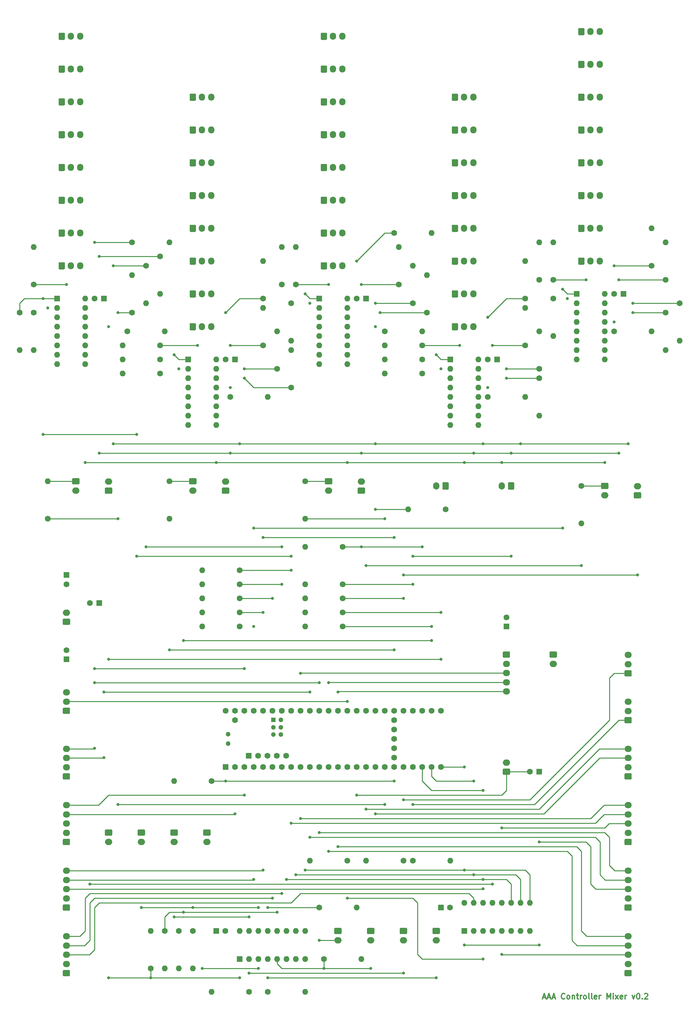
<source format=gbr>
%TF.GenerationSoftware,KiCad,Pcbnew,5.1.9*%
%TF.CreationDate,2021-03-03T15:04:45+01:00*%
%TF.ProjectId,mixer.pcb,6d697865-722e-4706-9362-2e6b69636164,0.2*%
%TF.SameCoordinates,Original*%
%TF.FileFunction,Copper,L1,Top*%
%TF.FilePolarity,Positive*%
%FSLAX46Y46*%
G04 Gerber Fmt 4.6, Leading zero omitted, Abs format (unit mm)*
G04 Created by KiCad (PCBNEW 5.1.9) date 2021-03-03 15:04:45*
%MOMM*%
%LPD*%
G01*
G04 APERTURE LIST*
%TA.AperFunction,NonConductor*%
%ADD10C,0.300000*%
%TD*%
%TA.AperFunction,ComponentPad*%
%ADD11C,1.600000*%
%TD*%
%TA.AperFunction,ComponentPad*%
%ADD12O,1.600000X1.600000*%
%TD*%
%TA.AperFunction,ComponentPad*%
%ADD13R,1.600000X1.600000*%
%TD*%
%TA.AperFunction,ComponentPad*%
%ADD14O,1.950000X1.700000*%
%TD*%
%TA.AperFunction,ComponentPad*%
%ADD15O,1.700000X1.950000*%
%TD*%
%TA.AperFunction,ComponentPad*%
%ADD16O,2.000000X1.700000*%
%TD*%
%TA.AperFunction,ComponentPad*%
%ADD17O,1.700000X2.000000*%
%TD*%
%TA.AperFunction,ComponentPad*%
%ADD18R,1.300000X1.300000*%
%TD*%
%TA.AperFunction,ComponentPad*%
%ADD19C,1.300000*%
%TD*%
%TA.AperFunction,ViaPad*%
%ADD20C,0.800000*%
%TD*%
%TA.AperFunction,Conductor*%
%ADD21C,0.250000*%
%TD*%
G04 APERTURE END LIST*
D10*
X157235714Y-280920000D02*
X157950000Y-280920000D01*
X157092857Y-281348571D02*
X157592857Y-279848571D01*
X158092857Y-281348571D01*
X158521428Y-280920000D02*
X159235714Y-280920000D01*
X158378571Y-281348571D02*
X158878571Y-279848571D01*
X159378571Y-281348571D01*
X159807142Y-280920000D02*
X160521428Y-280920000D01*
X159664285Y-281348571D02*
X160164285Y-279848571D01*
X160664285Y-281348571D01*
X163164285Y-281205714D02*
X163092857Y-281277142D01*
X162878571Y-281348571D01*
X162735714Y-281348571D01*
X162521428Y-281277142D01*
X162378571Y-281134285D01*
X162307142Y-280991428D01*
X162235714Y-280705714D01*
X162235714Y-280491428D01*
X162307142Y-280205714D01*
X162378571Y-280062857D01*
X162521428Y-279920000D01*
X162735714Y-279848571D01*
X162878571Y-279848571D01*
X163092857Y-279920000D01*
X163164285Y-279991428D01*
X164021428Y-281348571D02*
X163878571Y-281277142D01*
X163807142Y-281205714D01*
X163735714Y-281062857D01*
X163735714Y-280634285D01*
X163807142Y-280491428D01*
X163878571Y-280420000D01*
X164021428Y-280348571D01*
X164235714Y-280348571D01*
X164378571Y-280420000D01*
X164450000Y-280491428D01*
X164521428Y-280634285D01*
X164521428Y-281062857D01*
X164450000Y-281205714D01*
X164378571Y-281277142D01*
X164235714Y-281348571D01*
X164021428Y-281348571D01*
X165164285Y-280348571D02*
X165164285Y-281348571D01*
X165164285Y-280491428D02*
X165235714Y-280420000D01*
X165378571Y-280348571D01*
X165592857Y-280348571D01*
X165735714Y-280420000D01*
X165807142Y-280562857D01*
X165807142Y-281348571D01*
X166307142Y-280348571D02*
X166878571Y-280348571D01*
X166521428Y-279848571D02*
X166521428Y-281134285D01*
X166592857Y-281277142D01*
X166735714Y-281348571D01*
X166878571Y-281348571D01*
X167378571Y-281348571D02*
X167378571Y-280348571D01*
X167378571Y-280634285D02*
X167450000Y-280491428D01*
X167521428Y-280420000D01*
X167664285Y-280348571D01*
X167807142Y-280348571D01*
X168521428Y-281348571D02*
X168378571Y-281277142D01*
X168307142Y-281205714D01*
X168235714Y-281062857D01*
X168235714Y-280634285D01*
X168307142Y-280491428D01*
X168378571Y-280420000D01*
X168521428Y-280348571D01*
X168735714Y-280348571D01*
X168878571Y-280420000D01*
X168950000Y-280491428D01*
X169021428Y-280634285D01*
X169021428Y-281062857D01*
X168950000Y-281205714D01*
X168878571Y-281277142D01*
X168735714Y-281348571D01*
X168521428Y-281348571D01*
X169878571Y-281348571D02*
X169735714Y-281277142D01*
X169664285Y-281134285D01*
X169664285Y-279848571D01*
X170664285Y-281348571D02*
X170521428Y-281277142D01*
X170450000Y-281134285D01*
X170450000Y-279848571D01*
X171807142Y-281277142D02*
X171664285Y-281348571D01*
X171378571Y-281348571D01*
X171235714Y-281277142D01*
X171164285Y-281134285D01*
X171164285Y-280562857D01*
X171235714Y-280420000D01*
X171378571Y-280348571D01*
X171664285Y-280348571D01*
X171807142Y-280420000D01*
X171878571Y-280562857D01*
X171878571Y-280705714D01*
X171164285Y-280848571D01*
X172521428Y-281348571D02*
X172521428Y-280348571D01*
X172521428Y-280634285D02*
X172592857Y-280491428D01*
X172664285Y-280420000D01*
X172807142Y-280348571D01*
X172950000Y-280348571D01*
X174592857Y-281348571D02*
X174592857Y-279848571D01*
X175092857Y-280920000D01*
X175592857Y-279848571D01*
X175592857Y-281348571D01*
X176307142Y-281348571D02*
X176307142Y-280348571D01*
X176307142Y-279848571D02*
X176235714Y-279920000D01*
X176307142Y-279991428D01*
X176378571Y-279920000D01*
X176307142Y-279848571D01*
X176307142Y-279991428D01*
X176878571Y-281348571D02*
X177664285Y-280348571D01*
X176878571Y-280348571D02*
X177664285Y-281348571D01*
X178807142Y-281277142D02*
X178664285Y-281348571D01*
X178378571Y-281348571D01*
X178235714Y-281277142D01*
X178164285Y-281134285D01*
X178164285Y-280562857D01*
X178235714Y-280420000D01*
X178378571Y-280348571D01*
X178664285Y-280348571D01*
X178807142Y-280420000D01*
X178878571Y-280562857D01*
X178878571Y-280705714D01*
X178164285Y-280848571D01*
X179521428Y-281348571D02*
X179521428Y-280348571D01*
X179521428Y-280634285D02*
X179592857Y-280491428D01*
X179664285Y-280420000D01*
X179807142Y-280348571D01*
X179950000Y-280348571D01*
X181450000Y-280348571D02*
X181807142Y-281348571D01*
X182164285Y-280348571D01*
X183021428Y-279848571D02*
X183164285Y-279848571D01*
X183307142Y-279920000D01*
X183378571Y-279991428D01*
X183450000Y-280134285D01*
X183521428Y-280420000D01*
X183521428Y-280777142D01*
X183450000Y-281062857D01*
X183378571Y-281205714D01*
X183307142Y-281277142D01*
X183164285Y-281348571D01*
X183021428Y-281348571D01*
X182878571Y-281277142D01*
X182807142Y-281205714D01*
X182735714Y-281062857D01*
X182664285Y-280777142D01*
X182664285Y-280420000D01*
X182735714Y-280134285D01*
X182807142Y-279991428D01*
X182878571Y-279920000D01*
X183021428Y-279848571D01*
X184164285Y-281205714D02*
X184235714Y-281277142D01*
X184164285Y-281348571D01*
X184092857Y-281277142D01*
X184164285Y-281205714D01*
X184164285Y-281348571D01*
X184807142Y-279991428D02*
X184878571Y-279920000D01*
X185021428Y-279848571D01*
X185378571Y-279848571D01*
X185521428Y-279920000D01*
X185592857Y-279991428D01*
X185664285Y-280134285D01*
X185664285Y-280277142D01*
X185592857Y-280491428D01*
X184735714Y-281348571D01*
X185664285Y-281348571D01*
D11*
%TO.P,R2,1*%
%TO.N,Net-(FX-BTNs1-Pad14)*%
X62230000Y-262890000D03*
D12*
%TO.P,R2,2*%
%TO.N,GND*%
X62230000Y-273050000D03*
%TD*%
D11*
%TO.P,R13,1*%
%TO.N,Net-(MuxCh1-Pad1)*%
X15240000Y-95250000D03*
D12*
%TO.P,R13,2*%
%TO.N,GND*%
X15240000Y-105410000D03*
%TD*%
%TO.P,FX-BTNs1,16*%
%TO.N,+3V3*%
X74930000Y-262890000D03*
%TO.P,FX-BTNs1,8*%
%TO.N,GND*%
X92710000Y-270510000D03*
%TO.P,FX-BTNs1,15*%
%TO.N,Net-(FX-BTNs1-Pad15)*%
X77470000Y-262890000D03*
%TO.P,FX-BTNs1,7*%
%TO.N,GND*%
X90170000Y-270510000D03*
%TO.P,FX-BTNs1,14*%
%TO.N,Net-(FX-BTNs1-Pad14)*%
X80010000Y-262890000D03*
%TO.P,FX-BTNs1,6*%
%TO.N,GND*%
X87630000Y-270510000D03*
%TO.P,FX-BTNs1,13*%
%TO.N,Net-(FX-BTNs1-Pad13)*%
X82550000Y-262890000D03*
%TO.P,FX-BTNs1,5*%
%TO.N,Net-(FX-BTNs1-Pad5)*%
X85090000Y-270510000D03*
%TO.P,FX-BTNs1,12*%
%TO.N,Net-(FX-BTNs1-Pad12)*%
X85090000Y-262890000D03*
%TO.P,FX-BTNs1,4*%
%TO.N,Net-(FX-BTNs1-Pad4)*%
X82550000Y-270510000D03*
%TO.P,FX-BTNs1,11*%
%TO.N,s0*%
X87630000Y-262890000D03*
%TO.P,FX-BTNs1,3*%
%TO.N,mux_selBtn_fx*%
X80010000Y-270510000D03*
%TO.P,FX-BTNs1,10*%
%TO.N,s1*%
X90170000Y-262890000D03*
%TO.P,FX-BTNs1,2*%
%TO.N,Net-(FX-BTNs1-Pad2)*%
X77470000Y-270510000D03*
%TO.P,FX-BTNs1,9*%
%TO.N,s2*%
X92710000Y-262890000D03*
D13*
%TO.P,FX-BTNs1,1*%
%TO.N,Net-(FX-BTNs1-Pad1)*%
X74930000Y-270510000D03*
%TD*%
D14*
%TO.P,fx1_enc2,5*%
%TO.N,rEnc1_clk*%
X27940000Y-246540000D03*
%TO.P,fx1_enc2,4*%
%TO.N,rEnc1_DT*%
X27940000Y-249040000D03*
%TO.P,fx1_enc2,3*%
%TO.N,Net-(fx1_enc2-Pad3)*%
X27940000Y-251540000D03*
%TO.P,fx1_enc2,2*%
%TO.N,+3V3*%
X27940000Y-254040000D03*
%TO.P,fx1_enc2,1*%
%TO.N,GND*%
%TA.AperFunction,ComponentPad*%
G36*
G01*
X28665000Y-257390000D02*
X27215000Y-257390000D01*
G75*
G02*
X26965000Y-257140000I0J250000D01*
G01*
X26965000Y-255940000D01*
G75*
G02*
X27215000Y-255690000I250000J0D01*
G01*
X28665000Y-255690000D01*
G75*
G02*
X28915000Y-255940000I0J-250000D01*
G01*
X28915000Y-257140000D01*
G75*
G02*
X28665000Y-257390000I-250000J0D01*
G01*
G37*
%TD.AperFunction*%
%TD*%
D15*
%TO.P,MuxCh1_4,3*%
%TO.N,GND*%
X31670000Y-46990000D03*
%TO.P,MuxCh1_4,2*%
%TO.N,Net-(MuxCh1-Pad12)*%
X29170000Y-46990000D03*
%TO.P,MuxCh1_4,1*%
%TO.N,+3V3*%
%TA.AperFunction,ComponentPad*%
G36*
G01*
X25820000Y-47715000D02*
X25820000Y-46265000D01*
G75*
G02*
X26070000Y-46015000I250000J0D01*
G01*
X27270000Y-46015000D01*
G75*
G02*
X27520000Y-46265000I0J-250000D01*
G01*
X27520000Y-47715000D01*
G75*
G02*
X27270000Y-47965000I-250000J0D01*
G01*
X26070000Y-47965000D01*
G75*
G02*
X25820000Y-47715000I0J250000D01*
G01*
G37*
%TD.AperFunction*%
%TD*%
%TO.P,MuxCh1_5,3*%
%TO.N,GND*%
X31670000Y-55880000D03*
%TO.P,MuxCh1_5,2*%
%TO.N,Net-(MuxCh1-Pad1)*%
X29170000Y-55880000D03*
%TO.P,MuxCh1_5,1*%
%TO.N,+3V3*%
%TA.AperFunction,ComponentPad*%
G36*
G01*
X25820000Y-56605000D02*
X25820000Y-55155000D01*
G75*
G02*
X26070000Y-54905000I250000J0D01*
G01*
X27270000Y-54905000D01*
G75*
G02*
X27520000Y-55155000I0J-250000D01*
G01*
X27520000Y-56605000D01*
G75*
G02*
X27270000Y-56855000I-250000J0D01*
G01*
X26070000Y-56855000D01*
G75*
G02*
X25820000Y-56605000I0J250000D01*
G01*
G37*
%TD.AperFunction*%
%TD*%
%TO.P,MuxCh1_2,1*%
%TO.N,+3V3*%
%TA.AperFunction,ComponentPad*%
G36*
G01*
X25820000Y-29935000D02*
X25820000Y-28485000D01*
G75*
G02*
X26070000Y-28235000I250000J0D01*
G01*
X27270000Y-28235000D01*
G75*
G02*
X27520000Y-28485000I0J-250000D01*
G01*
X27520000Y-29935000D01*
G75*
G02*
X27270000Y-30185000I-250000J0D01*
G01*
X26070000Y-30185000D01*
G75*
G02*
X25820000Y-29935000I0J250000D01*
G01*
G37*
%TD.AperFunction*%
%TO.P,MuxCh1_2,2*%
%TO.N,Net-(MuxCh1-Pad14)*%
X29170000Y-29210000D03*
%TO.P,MuxCh1_2,3*%
%TO.N,GND*%
X31670000Y-29210000D03*
%TD*%
D13*
%TO.P,MuxCh1,1*%
%TO.N,Net-(MuxCh1-Pad1)*%
X25400000Y-91440000D03*
D12*
%TO.P,MuxCh1,9*%
%TO.N,s2*%
X33020000Y-109220000D03*
%TO.P,MuxCh1,2*%
%TO.N,Net-(MuxCh1-Pad2)*%
X25400000Y-93980000D03*
%TO.P,MuxCh1,10*%
%TO.N,s1*%
X33020000Y-106680000D03*
%TO.P,MuxCh1,3*%
%TO.N,mux_ch1*%
X25400000Y-96520000D03*
%TO.P,MuxCh1,11*%
%TO.N,s0*%
X33020000Y-104140000D03*
%TO.P,MuxCh1,4*%
%TO.N,Net-(MuxCh1-Pad4)*%
X25400000Y-99060000D03*
%TO.P,MuxCh1,12*%
%TO.N,Net-(MuxCh1-Pad12)*%
X33020000Y-101600000D03*
%TO.P,MuxCh1,5*%
%TO.N,Net-(MuxCh1-Pad5)*%
X25400000Y-101600000D03*
%TO.P,MuxCh1,13*%
%TO.N,Net-(MuxCh1-Pad13)*%
X33020000Y-99060000D03*
%TO.P,MuxCh1,6*%
%TO.N,GND*%
X25400000Y-104140000D03*
%TO.P,MuxCh1,14*%
%TO.N,Net-(MuxCh1-Pad14)*%
X33020000Y-96520000D03*
%TO.P,MuxCh1,7*%
%TO.N,GND*%
X25400000Y-106680000D03*
%TO.P,MuxCh1,15*%
%TO.N,Net-(MuxCh1-Pad15)*%
X33020000Y-93980000D03*
%TO.P,MuxCh1,8*%
%TO.N,GND*%
X25400000Y-109220000D03*
%TO.P,MuxCh1,16*%
%TO.N,+3V3*%
X33020000Y-91440000D03*
%TD*%
D15*
%TO.P,MuxCh1_3,3*%
%TO.N,GND*%
X31670000Y-38100000D03*
%TO.P,MuxCh1_3,2*%
%TO.N,Net-(MuxCh1-Pad15)*%
X29170000Y-38100000D03*
%TO.P,MuxCh1_3,1*%
%TO.N,+3V3*%
%TA.AperFunction,ComponentPad*%
G36*
G01*
X25820000Y-38825000D02*
X25820000Y-37375000D01*
G75*
G02*
X26070000Y-37125000I250000J0D01*
G01*
X27270000Y-37125000D01*
G75*
G02*
X27520000Y-37375000I0J-250000D01*
G01*
X27520000Y-38825000D01*
G75*
G02*
X27270000Y-39075000I-250000J0D01*
G01*
X26070000Y-39075000D01*
G75*
G02*
X25820000Y-38825000I0J250000D01*
G01*
G37*
%TD.AperFunction*%
%TD*%
%TO.P,MuxCh1_6,1*%
%TO.N,+3V3*%
%TA.AperFunction,ComponentPad*%
G36*
G01*
X25820000Y-65495000D02*
X25820000Y-64045000D01*
G75*
G02*
X26070000Y-63795000I250000J0D01*
G01*
X27270000Y-63795000D01*
G75*
G02*
X27520000Y-64045000I0J-250000D01*
G01*
X27520000Y-65495000D01*
G75*
G02*
X27270000Y-65745000I-250000J0D01*
G01*
X26070000Y-65745000D01*
G75*
G02*
X25820000Y-65495000I0J250000D01*
G01*
G37*
%TD.AperFunction*%
%TO.P,MuxCh1_6,2*%
%TO.N,Net-(MuxCh1-Pad5)*%
X29170000Y-64770000D03*
%TO.P,MuxCh1_6,3*%
%TO.N,GND*%
X31670000Y-64770000D03*
%TD*%
%TO.P,MuxCh1_7,1*%
%TO.N,+3V3*%
%TA.AperFunction,ComponentPad*%
G36*
G01*
X25820000Y-74385000D02*
X25820000Y-72935000D01*
G75*
G02*
X26070000Y-72685000I250000J0D01*
G01*
X27270000Y-72685000D01*
G75*
G02*
X27520000Y-72935000I0J-250000D01*
G01*
X27520000Y-74385000D01*
G75*
G02*
X27270000Y-74635000I-250000J0D01*
G01*
X26070000Y-74635000D01*
G75*
G02*
X25820000Y-74385000I0J250000D01*
G01*
G37*
%TD.AperFunction*%
%TO.P,MuxCh1_7,2*%
%TO.N,Net-(MuxCh1-Pad2)*%
X29170000Y-73660000D03*
%TO.P,MuxCh1_7,3*%
%TO.N,GND*%
X31670000Y-73660000D03*
%TD*%
%TO.P,MuxCh1_8,3*%
%TO.N,GND*%
X31670000Y-82550000D03*
%TO.P,MuxCh1_8,2*%
%TO.N,Net-(MuxCh1-Pad4)*%
X29170000Y-82550000D03*
%TO.P,MuxCh1_8,1*%
%TO.N,+3V3*%
%TA.AperFunction,ComponentPad*%
G36*
G01*
X25820000Y-83275000D02*
X25820000Y-81825000D01*
G75*
G02*
X26070000Y-81575000I250000J0D01*
G01*
X27270000Y-81575000D01*
G75*
G02*
X27520000Y-81825000I0J-250000D01*
G01*
X27520000Y-83275000D01*
G75*
G02*
X27270000Y-83525000I-250000J0D01*
G01*
X26070000Y-83525000D01*
G75*
G02*
X25820000Y-83275000I0J250000D01*
G01*
G37*
%TD.AperFunction*%
%TD*%
%TO.P,MuxCh1_1,3*%
%TO.N,GND*%
X31670000Y-20320000D03*
%TO.P,MuxCh1_1,2*%
%TO.N,Net-(MuxCh1-Pad13)*%
X29170000Y-20320000D03*
%TO.P,MuxCh1_1,1*%
%TO.N,+3V3*%
%TA.AperFunction,ComponentPad*%
G36*
G01*
X25820000Y-21045000D02*
X25820000Y-19595000D01*
G75*
G02*
X26070000Y-19345000I250000J0D01*
G01*
X27270000Y-19345000D01*
G75*
G02*
X27520000Y-19595000I0J-250000D01*
G01*
X27520000Y-21045000D01*
G75*
G02*
X27270000Y-21295000I-250000J0D01*
G01*
X26070000Y-21295000D01*
G75*
G02*
X25820000Y-21045000I0J250000D01*
G01*
G37*
%TD.AperFunction*%
%TD*%
%TO.P,NeoPixel1,1*%
%TO.N,GND*%
%TA.AperFunction,ComponentPad*%
G36*
G01*
X28665000Y-204050000D02*
X27215000Y-204050000D01*
G75*
G02*
X26965000Y-203800000I0J250000D01*
G01*
X26965000Y-202600000D01*
G75*
G02*
X27215000Y-202350000I250000J0D01*
G01*
X28665000Y-202350000D01*
G75*
G02*
X28915000Y-202600000I0J-250000D01*
G01*
X28915000Y-203800000D01*
G75*
G02*
X28665000Y-204050000I-250000J0D01*
G01*
G37*
%TD.AperFunction*%
D14*
%TO.P,NeoPixel1,2*%
%TO.N,neopixel*%
X27940000Y-200700000D03*
%TO.P,NeoPixel1,3*%
%TO.N,+3V3*%
X27940000Y-198200000D03*
%TD*%
%TO.P,VU_Matrix1,5*%
%TO.N,vu_clk*%
X147320000Y-197960000D03*
%TO.P,VU_Matrix1,4*%
%TO.N,vu_cs*%
X147320000Y-195460000D03*
%TO.P,VU_Matrix1,3*%
%TO.N,vu_din*%
X147320000Y-192960000D03*
%TO.P,VU_Matrix1,2*%
%TO.N,GND*%
X147320000Y-190460000D03*
%TO.P,VU_Matrix1,1*%
%TO.N,+3V3*%
%TA.AperFunction,ComponentPad*%
G36*
G01*
X146595000Y-187110000D02*
X148045000Y-187110000D01*
G75*
G02*
X148295000Y-187360000I0J-250000D01*
G01*
X148295000Y-188560000D01*
G75*
G02*
X148045000Y-188810000I-250000J0D01*
G01*
X146595000Y-188810000D01*
G75*
G02*
X146345000Y-188560000I0J250000D01*
G01*
X146345000Y-187360000D01*
G75*
G02*
X146595000Y-187110000I250000J0D01*
G01*
G37*
%TD.AperFunction*%
%TD*%
%TO.P,display_1,1*%
%TO.N,+3V3*%
%TA.AperFunction,ComponentPad*%
G36*
G01*
X28665000Y-221830000D02*
X27215000Y-221830000D01*
G75*
G02*
X26965000Y-221580000I0J250000D01*
G01*
X26965000Y-220380000D01*
G75*
G02*
X27215000Y-220130000I250000J0D01*
G01*
X28665000Y-220130000D01*
G75*
G02*
X28915000Y-220380000I0J-250000D01*
G01*
X28915000Y-221580000D01*
G75*
G02*
X28665000Y-221830000I-250000J0D01*
G01*
G37*
%TD.AperFunction*%
%TO.P,display_1,2*%
%TO.N,GND*%
X27940000Y-218480000D03*
%TO.P,display_1,3*%
%TO.N,display_sda1*%
X27940000Y-215980000D03*
%TO.P,display_1,4*%
%TO.N,display_scl1*%
X27940000Y-213480000D03*
%TD*%
%TO.P,display_2,4*%
%TO.N,display_scl2*%
X180340000Y-213480000D03*
%TO.P,display_2,3*%
%TO.N,display_sda2*%
X180340000Y-215980000D03*
%TO.P,display_2,2*%
%TO.N,GND*%
X180340000Y-218480000D03*
%TO.P,display_2,1*%
%TO.N,+3V3*%
%TA.AperFunction,ComponentPad*%
G36*
G01*
X181065000Y-221830000D02*
X179615000Y-221830000D01*
G75*
G02*
X179365000Y-221580000I0J250000D01*
G01*
X179365000Y-220380000D01*
G75*
G02*
X179615000Y-220130000I250000J0D01*
G01*
X181065000Y-220130000D01*
G75*
G02*
X181315000Y-220380000I0J-250000D01*
G01*
X181315000Y-221580000D01*
G75*
G02*
X181065000Y-221830000I-250000J0D01*
G01*
G37*
%TD.AperFunction*%
%TD*%
%TO.P,fx1_btn1,1*%
%TO.N,+3V3*%
%TA.AperFunction,ComponentPad*%
G36*
G01*
X100850000Y-262040000D02*
X102350000Y-262040000D01*
G75*
G02*
X102600000Y-262290000I0J-250000D01*
G01*
X102600000Y-263490000D01*
G75*
G02*
X102350000Y-263740000I-250000J0D01*
G01*
X100850000Y-263740000D01*
G75*
G02*
X100600000Y-263490000I0J250000D01*
G01*
X100600000Y-262290000D01*
G75*
G02*
X100850000Y-262040000I250000J0D01*
G01*
G37*
%TD.AperFunction*%
D16*
%TO.P,fx1_btn1,2*%
%TO.N,Net-(FX-BTNs1-Pad13)*%
X101600000Y-265390000D03*
%TD*%
%TO.P,fx1_btn2,2*%
%TO.N,Net-(FX-BTNs1-Pad14)*%
X48260000Y-238720000D03*
%TO.P,fx1_btn2,1*%
%TO.N,+3V3*%
%TA.AperFunction,ComponentPad*%
G36*
G01*
X47510000Y-235370000D02*
X49010000Y-235370000D01*
G75*
G02*
X49260000Y-235620000I0J-250000D01*
G01*
X49260000Y-236820000D01*
G75*
G02*
X49010000Y-237070000I-250000J0D01*
G01*
X47510000Y-237070000D01*
G75*
G02*
X47260000Y-236820000I0J250000D01*
G01*
X47260000Y-235620000D01*
G75*
G02*
X47510000Y-235370000I250000J0D01*
G01*
G37*
%TD.AperFunction*%
%TD*%
%TO.P,fx1_btn3,2*%
%TO.N,Net-(FX-BTNs1-Pad15)*%
X57150000Y-238720000D03*
%TO.P,fx1_btn3,1*%
%TO.N,+3V3*%
%TA.AperFunction,ComponentPad*%
G36*
G01*
X56400000Y-235370000D02*
X57900000Y-235370000D01*
G75*
G02*
X58150000Y-235620000I0J-250000D01*
G01*
X58150000Y-236820000D01*
G75*
G02*
X57900000Y-237070000I-250000J0D01*
G01*
X56400000Y-237070000D01*
G75*
G02*
X56150000Y-236820000I0J250000D01*
G01*
X56150000Y-235620000D01*
G75*
G02*
X56400000Y-235370000I250000J0D01*
G01*
G37*
%TD.AperFunction*%
%TD*%
%TO.P,fx1_btn4,1*%
%TO.N,+3V3*%
%TA.AperFunction,ComponentPad*%
G36*
G01*
X65290000Y-235370000D02*
X66790000Y-235370000D01*
G75*
G02*
X67040000Y-235620000I0J-250000D01*
G01*
X67040000Y-236820000D01*
G75*
G02*
X66790000Y-237070000I-250000J0D01*
G01*
X65290000Y-237070000D01*
G75*
G02*
X65040000Y-236820000I0J250000D01*
G01*
X65040000Y-235620000D01*
G75*
G02*
X65290000Y-235370000I250000J0D01*
G01*
G37*
%TD.AperFunction*%
%TO.P,fx1_btn4,2*%
%TO.N,Net-(FX-BTNs1-Pad12)*%
X66040000Y-238720000D03*
%TD*%
D14*
%TO.P,fx1_enc1,5*%
%TO.N,rEnc0_clk*%
X27940000Y-228760000D03*
%TO.P,fx1_enc1,4*%
%TO.N,rEnc0_DT*%
X27940000Y-231260000D03*
%TO.P,fx1_enc1,3*%
%TO.N,Net-(fx1_enc1-Pad3)*%
X27940000Y-233760000D03*
%TO.P,fx1_enc1,2*%
%TO.N,+3V3*%
X27940000Y-236260000D03*
%TO.P,fx1_enc1,1*%
%TO.N,GND*%
%TA.AperFunction,ComponentPad*%
G36*
G01*
X28665000Y-239610000D02*
X27215000Y-239610000D01*
G75*
G02*
X26965000Y-239360000I0J250000D01*
G01*
X26965000Y-238160000D01*
G75*
G02*
X27215000Y-237910000I250000J0D01*
G01*
X28665000Y-237910000D01*
G75*
G02*
X28915000Y-238160000I0J-250000D01*
G01*
X28915000Y-239360000D01*
G75*
G02*
X28665000Y-239610000I-250000J0D01*
G01*
G37*
%TD.AperFunction*%
%TD*%
%TO.P,fx1_enc3,5*%
%TO.N,rEnc2_clk*%
X27940000Y-264320000D03*
%TO.P,fx1_enc3,4*%
%TO.N,rEnc2_DT*%
X27940000Y-266820000D03*
%TO.P,fx1_enc3,3*%
%TO.N,Net-(fx1_enc3-Pad3)*%
X27940000Y-269320000D03*
%TO.P,fx1_enc3,2*%
%TO.N,+3V3*%
X27940000Y-271820000D03*
%TO.P,fx1_enc3,1*%
%TO.N,GND*%
%TA.AperFunction,ComponentPad*%
G36*
G01*
X28665000Y-275170000D02*
X27215000Y-275170000D01*
G75*
G02*
X26965000Y-274920000I0J250000D01*
G01*
X26965000Y-273720000D01*
G75*
G02*
X27215000Y-273470000I250000J0D01*
G01*
X28665000Y-273470000D01*
G75*
G02*
X28915000Y-273720000I0J-250000D01*
G01*
X28915000Y-274920000D01*
G75*
G02*
X28665000Y-275170000I-250000J0D01*
G01*
G37*
%TD.AperFunction*%
%TD*%
D16*
%TO.P,fx2_btn1,2*%
%TO.N,Net-(FX-BTNs1-Pad1)*%
X39370000Y-238720000D03*
%TO.P,fx2_btn1,1*%
%TO.N,+3V3*%
%TA.AperFunction,ComponentPad*%
G36*
G01*
X38620000Y-235370000D02*
X40120000Y-235370000D01*
G75*
G02*
X40370000Y-235620000I0J-250000D01*
G01*
X40370000Y-236820000D01*
G75*
G02*
X40120000Y-237070000I-250000J0D01*
G01*
X38620000Y-237070000D01*
G75*
G02*
X38370000Y-236820000I0J250000D01*
G01*
X38370000Y-235620000D01*
G75*
G02*
X38620000Y-235370000I250000J0D01*
G01*
G37*
%TD.AperFunction*%
%TD*%
%TO.P,fx2_btn2,1*%
%TO.N,+3V3*%
%TA.AperFunction,ComponentPad*%
G36*
G01*
X109740000Y-262040000D02*
X111240000Y-262040000D01*
G75*
G02*
X111490000Y-262290000I0J-250000D01*
G01*
X111490000Y-263490000D01*
G75*
G02*
X111240000Y-263740000I-250000J0D01*
G01*
X109740000Y-263740000D01*
G75*
G02*
X109490000Y-263490000I0J250000D01*
G01*
X109490000Y-262290000D01*
G75*
G02*
X109740000Y-262040000I250000J0D01*
G01*
G37*
%TD.AperFunction*%
%TO.P,fx2_btn2,2*%
%TO.N,Net-(FX-BTNs1-Pad5)*%
X110490000Y-265390000D03*
%TD*%
%TO.P,fx2_btn3,2*%
%TO.N,Net-(FX-BTNs1-Pad2)*%
X119380000Y-265390000D03*
%TO.P,fx2_btn3,1*%
%TO.N,+3V3*%
%TA.AperFunction,ComponentPad*%
G36*
G01*
X118630000Y-262040000D02*
X120130000Y-262040000D01*
G75*
G02*
X120380000Y-262290000I0J-250000D01*
G01*
X120380000Y-263490000D01*
G75*
G02*
X120130000Y-263740000I-250000J0D01*
G01*
X118630000Y-263740000D01*
G75*
G02*
X118380000Y-263490000I0J250000D01*
G01*
X118380000Y-262290000D01*
G75*
G02*
X118630000Y-262040000I250000J0D01*
G01*
G37*
%TD.AperFunction*%
%TD*%
%TO.P,fx2_btn4,1*%
%TO.N,+3V3*%
%TA.AperFunction,ComponentPad*%
G36*
G01*
X127520000Y-262040000D02*
X129020000Y-262040000D01*
G75*
G02*
X129270000Y-262290000I0J-250000D01*
G01*
X129270000Y-263490000D01*
G75*
G02*
X129020000Y-263740000I-250000J0D01*
G01*
X127520000Y-263740000D01*
G75*
G02*
X127270000Y-263490000I0J250000D01*
G01*
X127270000Y-262290000D01*
G75*
G02*
X127520000Y-262040000I250000J0D01*
G01*
G37*
%TD.AperFunction*%
%TO.P,fx2_btn4,2*%
%TO.N,Net-(FX-BTNs1-Pad4)*%
X128270000Y-265390000D03*
%TD*%
%TO.P,fx2_enc1,1*%
%TO.N,GND*%
%TA.AperFunction,ComponentPad*%
G36*
G01*
X181065000Y-239610000D02*
X179615000Y-239610000D01*
G75*
G02*
X179365000Y-239360000I0J250000D01*
G01*
X179365000Y-238160000D01*
G75*
G02*
X179615000Y-237910000I250000J0D01*
G01*
X181065000Y-237910000D01*
G75*
G02*
X181315000Y-238160000I0J-250000D01*
G01*
X181315000Y-239360000D01*
G75*
G02*
X181065000Y-239610000I-250000J0D01*
G01*
G37*
%TD.AperFunction*%
D14*
%TO.P,fx2_enc1,2*%
%TO.N,+3V3*%
X180340000Y-236260000D03*
%TO.P,fx2_enc1,3*%
%TO.N,Net-(fx2_enc1-Pad3)*%
X180340000Y-233760000D03*
%TO.P,fx2_enc1,4*%
%TO.N,rEnc3_DT*%
X180340000Y-231260000D03*
%TO.P,fx2_enc1,5*%
%TO.N,rEnc3_clk*%
X180340000Y-228760000D03*
%TD*%
%TO.P,fx2_enc2,5*%
%TO.N,rEnc4_clk*%
X180340000Y-246540000D03*
%TO.P,fx2_enc2,4*%
%TO.N,rEnc4_DT*%
X180340000Y-249040000D03*
%TO.P,fx2_enc2,3*%
%TO.N,Net-(fx2_enc2-Pad3)*%
X180340000Y-251540000D03*
%TO.P,fx2_enc2,2*%
%TO.N,+3V3*%
X180340000Y-254040000D03*
%TO.P,fx2_enc2,1*%
%TO.N,GND*%
%TA.AperFunction,ComponentPad*%
G36*
G01*
X181065000Y-257390000D02*
X179615000Y-257390000D01*
G75*
G02*
X179365000Y-257140000I0J250000D01*
G01*
X179365000Y-255940000D01*
G75*
G02*
X179615000Y-255690000I250000J0D01*
G01*
X181065000Y-255690000D01*
G75*
G02*
X181315000Y-255940000I0J-250000D01*
G01*
X181315000Y-257140000D01*
G75*
G02*
X181065000Y-257390000I-250000J0D01*
G01*
G37*
%TD.AperFunction*%
%TD*%
%TO.P,fx2_enc3,1*%
%TO.N,GND*%
%TA.AperFunction,ComponentPad*%
G36*
G01*
X181065000Y-275170000D02*
X179615000Y-275170000D01*
G75*
G02*
X179365000Y-274920000I0J250000D01*
G01*
X179365000Y-273720000D01*
G75*
G02*
X179615000Y-273470000I250000J0D01*
G01*
X181065000Y-273470000D01*
G75*
G02*
X181315000Y-273720000I0J-250000D01*
G01*
X181315000Y-274920000D01*
G75*
G02*
X181065000Y-275170000I-250000J0D01*
G01*
G37*
%TD.AperFunction*%
%TO.P,fx2_enc3,2*%
%TO.N,+3V3*%
X180340000Y-271820000D03*
%TO.P,fx2_enc3,3*%
%TO.N,Net-(fx2_enc3-Pad3)*%
X180340000Y-269320000D03*
%TO.P,fx2_enc3,4*%
%TO.N,rEnc5_DT*%
X180340000Y-266820000D03*
%TO.P,fx2_enc3,5*%
%TO.N,rEnc5_clk*%
X180340000Y-264320000D03*
%TD*%
D13*
%TO.P,fxEncBtns1,1*%
%TO.N,Net-(fx2_enc2-Pad3)*%
X135890000Y-262890000D03*
D12*
%TO.P,fxEncBtns1,9*%
%TO.N,s2*%
X153670000Y-255270000D03*
%TO.P,fxEncBtns1,2*%
%TO.N,Net-(fxEncBtns1-Pad2)*%
X138430000Y-262890000D03*
%TO.P,fxEncBtns1,10*%
%TO.N,s1*%
X151130000Y-255270000D03*
%TO.P,fxEncBtns1,3*%
%TO.N,mux_encBtn_fx*%
X140970000Y-262890000D03*
%TO.P,fxEncBtns1,11*%
%TO.N,s0*%
X148590000Y-255270000D03*
%TO.P,fxEncBtns1,4*%
%TO.N,Net-(fxEncBtns1-Pad4)*%
X143510000Y-262890000D03*
%TO.P,fxEncBtns1,12*%
%TO.N,Net-(fx2_enc1-Pad3)*%
X146050000Y-255270000D03*
%TO.P,fxEncBtns1,5*%
%TO.N,Net-(fx2_enc3-Pad3)*%
X146050000Y-262890000D03*
%TO.P,fxEncBtns1,13*%
%TO.N,Net-(fx1_enc1-Pad3)*%
X143510000Y-255270000D03*
%TO.P,fxEncBtns1,6*%
%TO.N,GND*%
X148590000Y-262890000D03*
%TO.P,fxEncBtns1,14*%
%TO.N,Net-(fx1_enc2-Pad3)*%
X140970000Y-255270000D03*
%TO.P,fxEncBtns1,7*%
%TO.N,GND*%
X151130000Y-262890000D03*
%TO.P,fxEncBtns1,15*%
%TO.N,Net-(fx1_enc3-Pad3)*%
X138430000Y-255270000D03*
%TO.P,fxEncBtns1,8*%
%TO.N,GND*%
X153670000Y-262890000D03*
%TO.P,fxEncBtns1,16*%
%TO.N,+3V3*%
X135890000Y-255270000D03*
%TD*%
%TO.P,pfl_btn_1,1*%
%TO.N,pfl_btn_ch1*%
%TA.AperFunction,ComponentPad*%
G36*
G01*
X40120000Y-144360000D02*
X38620000Y-144360000D01*
G75*
G02*
X38370000Y-144110000I0J250000D01*
G01*
X38370000Y-142910000D01*
G75*
G02*
X38620000Y-142660000I250000J0D01*
G01*
X40120000Y-142660000D01*
G75*
G02*
X40370000Y-142910000I0J-250000D01*
G01*
X40370000Y-144110000D01*
G75*
G02*
X40120000Y-144360000I-250000J0D01*
G01*
G37*
%TD.AperFunction*%
D16*
%TO.P,pfl_btn_1,2*%
%TO.N,+3V3*%
X39370000Y-141010000D03*
%TD*%
%TO.P,pfl_btn_2,2*%
%TO.N,+3V3*%
X71120000Y-141010000D03*
%TO.P,pfl_btn_2,1*%
%TO.N,pfl_btn_ch2*%
%TA.AperFunction,ComponentPad*%
G36*
G01*
X71870000Y-144360000D02*
X70370000Y-144360000D01*
G75*
G02*
X70120000Y-144110000I0J250000D01*
G01*
X70120000Y-142910000D01*
G75*
G02*
X70370000Y-142660000I250000J0D01*
G01*
X71870000Y-142660000D01*
G75*
G02*
X72120000Y-142910000I0J-250000D01*
G01*
X72120000Y-144110000D01*
G75*
G02*
X71870000Y-144360000I-250000J0D01*
G01*
G37*
%TD.AperFunction*%
%TD*%
%TO.P,pfl_btn_3,1*%
%TO.N,pfl_btn_ch3*%
%TA.AperFunction,ComponentPad*%
G36*
G01*
X108700000Y-144360000D02*
X107200000Y-144360000D01*
G75*
G02*
X106950000Y-144110000I0J250000D01*
G01*
X106950000Y-142910000D01*
G75*
G02*
X107200000Y-142660000I250000J0D01*
G01*
X108700000Y-142660000D01*
G75*
G02*
X108950000Y-142910000I0J-250000D01*
G01*
X108950000Y-144110000D01*
G75*
G02*
X108700000Y-144360000I-250000J0D01*
G01*
G37*
%TD.AperFunction*%
%TO.P,pfl_btn_3,2*%
%TO.N,+3V3*%
X107950000Y-141010000D03*
%TD*%
D17*
%TO.P,pfl_btn_4,2*%
%TO.N,+3V3*%
X146090000Y-142240000D03*
%TO.P,pfl_btn_4,1*%
%TO.N,pfl_btn_ch4*%
%TA.AperFunction,ComponentPad*%
G36*
G01*
X149440000Y-141490000D02*
X149440000Y-142990000D01*
G75*
G02*
X149190000Y-143240000I-250000J0D01*
G01*
X147990000Y-143240000D01*
G75*
G02*
X147740000Y-142990000I0J250000D01*
G01*
X147740000Y-141490000D01*
G75*
G02*
X147990000Y-141240000I250000J0D01*
G01*
X149190000Y-141240000D01*
G75*
G02*
X149440000Y-141490000I0J-250000D01*
G01*
G37*
%TD.AperFunction*%
%TD*%
%TO.P,pfl_btn_master1,1*%
%TO.N,pfl_btn_master*%
%TA.AperFunction,ComponentPad*%
G36*
G01*
X183630000Y-145630000D02*
X182130000Y-145630000D01*
G75*
G02*
X181880000Y-145380000I0J250000D01*
G01*
X181880000Y-144180000D01*
G75*
G02*
X182130000Y-143930000I250000J0D01*
G01*
X183630000Y-143930000D01*
G75*
G02*
X183880000Y-144180000I0J-250000D01*
G01*
X183880000Y-145380000D01*
G75*
G02*
X183630000Y-145630000I-250000J0D01*
G01*
G37*
%TD.AperFunction*%
D16*
%TO.P,pfl_btn_master1,2*%
%TO.N,+3V3*%
X182880000Y-142280000D03*
%TD*%
%TO.P,pfl_led_1,2*%
%TO.N,+3V3*%
X30480000Y-143470000D03*
%TO.P,pfl_led_1,1*%
%TO.N,pfl_led_ch1*%
%TA.AperFunction,ComponentPad*%
G36*
G01*
X29730000Y-140120000D02*
X31230000Y-140120000D01*
G75*
G02*
X31480000Y-140370000I0J-250000D01*
G01*
X31480000Y-141570000D01*
G75*
G02*
X31230000Y-141820000I-250000J0D01*
G01*
X29730000Y-141820000D01*
G75*
G02*
X29480000Y-141570000I0J250000D01*
G01*
X29480000Y-140370000D01*
G75*
G02*
X29730000Y-140120000I250000J0D01*
G01*
G37*
%TD.AperFunction*%
%TD*%
%TO.P,pfl_led_2,1*%
%TO.N,pfl_led_ch2*%
%TA.AperFunction,ComponentPad*%
G36*
G01*
X61480000Y-140120000D02*
X62980000Y-140120000D01*
G75*
G02*
X63230000Y-140370000I0J-250000D01*
G01*
X63230000Y-141570000D01*
G75*
G02*
X62980000Y-141820000I-250000J0D01*
G01*
X61480000Y-141820000D01*
G75*
G02*
X61230000Y-141570000I0J250000D01*
G01*
X61230000Y-140370000D01*
G75*
G02*
X61480000Y-140120000I250000J0D01*
G01*
G37*
%TD.AperFunction*%
%TO.P,pfl_led_2,2*%
%TO.N,+3V3*%
X62230000Y-143470000D03*
%TD*%
%TO.P,pfl_led_3,1*%
%TO.N,pfl_led_ch3*%
%TA.AperFunction,ComponentPad*%
G36*
G01*
X98310000Y-140120000D02*
X99810000Y-140120000D01*
G75*
G02*
X100060000Y-140370000I0J-250000D01*
G01*
X100060000Y-141570000D01*
G75*
G02*
X99810000Y-141820000I-250000J0D01*
G01*
X98310000Y-141820000D01*
G75*
G02*
X98060000Y-141570000I0J250000D01*
G01*
X98060000Y-140370000D01*
G75*
G02*
X98310000Y-140120000I250000J0D01*
G01*
G37*
%TD.AperFunction*%
%TO.P,pfl_led_3,2*%
%TO.N,+3V3*%
X99060000Y-143470000D03*
%TD*%
D17*
%TO.P,pfl_led_4,2*%
%TO.N,+3V3*%
X128310000Y-142240000D03*
%TO.P,pfl_led_4,1*%
%TO.N,pfl_led_ch4*%
%TA.AperFunction,ComponentPad*%
G36*
G01*
X131660000Y-141490000D02*
X131660000Y-142990000D01*
G75*
G02*
X131410000Y-143240000I-250000J0D01*
G01*
X130210000Y-143240000D01*
G75*
G02*
X129960000Y-142990000I0J250000D01*
G01*
X129960000Y-141490000D01*
G75*
G02*
X130210000Y-141240000I250000J0D01*
G01*
X131410000Y-141240000D01*
G75*
G02*
X131660000Y-141490000I0J-250000D01*
G01*
G37*
%TD.AperFunction*%
%TD*%
D16*
%TO.P,pfl_led_master1,2*%
%TO.N,+3V3*%
X173990000Y-144740000D03*
%TO.P,pfl_led_master1,1*%
%TO.N,pfl_led_master*%
%TA.AperFunction,ComponentPad*%
G36*
G01*
X173240000Y-141390000D02*
X174740000Y-141390000D01*
G75*
G02*
X174990000Y-141640000I0J-250000D01*
G01*
X174990000Y-142840000D01*
G75*
G02*
X174740000Y-143090000I-250000J0D01*
G01*
X173240000Y-143090000D01*
G75*
G02*
X172990000Y-142840000I0J250000D01*
G01*
X172990000Y-141640000D01*
G75*
G02*
X173240000Y-141390000I250000J0D01*
G01*
G37*
%TD.AperFunction*%
%TD*%
D14*
%TO.P,spare(28)1,3*%
%TO.N,+3V3*%
X180340000Y-188040000D03*
%TO.P,spare(28)1,2*%
%TO.N,GND*%
X180340000Y-190540000D03*
%TO.P,spare(28)1,1*%
%TO.N,pin28*%
%TA.AperFunction,ComponentPad*%
G36*
G01*
X181065000Y-193890000D02*
X179615000Y-193890000D01*
G75*
G02*
X179365000Y-193640000I0J250000D01*
G01*
X179365000Y-192440000D01*
G75*
G02*
X179615000Y-192190000I250000J0D01*
G01*
X181065000Y-192190000D01*
G75*
G02*
X181315000Y-192440000I0J-250000D01*
G01*
X181315000Y-193640000D01*
G75*
G02*
X181065000Y-193890000I-250000J0D01*
G01*
G37*
%TD.AperFunction*%
%TD*%
%TO.P,spare(29)1,3*%
%TO.N,+3V3*%
X180340000Y-200740000D03*
%TO.P,spare(29)1,2*%
%TO.N,GND*%
X180340000Y-203240000D03*
%TO.P,spare(29)1,1*%
%TO.N,pin29*%
%TA.AperFunction,ComponentPad*%
G36*
G01*
X181065000Y-206590000D02*
X179615000Y-206590000D01*
G75*
G02*
X179365000Y-206340000I0J250000D01*
G01*
X179365000Y-205140000D01*
G75*
G02*
X179615000Y-204890000I250000J0D01*
G01*
X181065000Y-204890000D01*
G75*
G02*
X181315000Y-205140000I0J-250000D01*
G01*
X181315000Y-206340000D01*
G75*
G02*
X181065000Y-206590000I-250000J0D01*
G01*
G37*
%TD.AperFunction*%
%TD*%
D11*
%TO.P,U5,49*%
%TO.N,Net-(U5-Pad49)*%
X73660000Y-205740000D03*
%TO.P,U5,59*%
%TO.N,Net-(U5-Pad59)*%
X87579200Y-215389200D03*
%TO.P,U5,58*%
%TO.N,Net-(U5-Pad58)*%
X85039200Y-215389200D03*
%TO.P,U5,57*%
%TO.N,Net-(U5-Pad57)*%
X82499200Y-215389200D03*
%TO.P,U5,56*%
%TO.N,Net-(U5-Pad56)*%
X79959200Y-215389200D03*
D13*
%TO.P,U5,55*%
%TO.N,Net-(U5-Pad55)*%
X77419200Y-215389200D03*
D11*
%TO.P,U5,48*%
%TO.N,Net-(U5-Pad48)*%
X71120000Y-203200000D03*
%TO.P,U5,47*%
%TO.N,GND*%
X73660000Y-203200000D03*
%TO.P,U5,46*%
%TO.N,Net-(3.3V_Test2-Pad1)*%
X76200000Y-203200000D03*
%TO.P,U5,45*%
%TO.N,mux_master*%
X78740000Y-203200000D03*
%TO.P,U5,44*%
%TO.N,mux_ch4*%
X81280000Y-203200000D03*
%TO.P,U5,43*%
%TO.N,mux_ch3*%
X83820000Y-203200000D03*
%TO.P,U5,42*%
%TO.N,mux_ch2*%
X86360000Y-203200000D03*
%TO.P,U5,41*%
%TO.N,mux_ch1*%
X88900000Y-203200000D03*
%TO.P,U5,40*%
%TO.N,vu_din*%
X91440000Y-203200000D03*
%TO.P,U5,39*%
%TO.N,display_sda1*%
X93980000Y-203200000D03*
%TO.P,U5,38*%
%TO.N,display_scl1*%
X96520000Y-203200000D03*
%TO.P,U5,37*%
%TO.N,vu_cs*%
X99060000Y-203200000D03*
%TO.P,U5,36*%
%TO.N,vu_clk*%
X101600000Y-203200000D03*
%TO.P,U5,35*%
%TO.N,neopixel*%
X104140000Y-203200000D03*
D13*
%TO.P,U5,1*%
%TO.N,GND*%
X71120000Y-218440000D03*
D11*
%TO.P,U5,2*%
%TO.N,rEnc0_DT*%
X73660000Y-218440000D03*
%TO.P,U5,3*%
%TO.N,rEnc0_clk*%
X76200000Y-218440000D03*
%TO.P,U5,4*%
%TO.N,rEnc1_DT*%
X78740000Y-218440000D03*
%TO.P,U5,5*%
%TO.N,rEnc1_clk*%
X81280000Y-218440000D03*
%TO.P,U5,6*%
%TO.N,rEnc2_DT*%
X83820000Y-218440000D03*
%TO.P,U5,7*%
%TO.N,rEnc2_clk*%
X86360000Y-218440000D03*
%TO.P,U5,8*%
%TO.N,rEnc3_DT*%
X88900000Y-218440000D03*
%TO.P,U5,9*%
%TO.N,rEnc3_clk*%
X91440000Y-218440000D03*
%TO.P,U5,10*%
%TO.N,rEnc4_DT*%
X93980000Y-218440000D03*
%TO.P,U5,11*%
%TO.N,rEnc4_clk*%
X96520000Y-218440000D03*
%TO.P,U5,12*%
%TO.N,rEnc5_DT*%
X99060000Y-218440000D03*
%TO.P,U5,13*%
%TO.N,rEnc5_clk*%
X101600000Y-218440000D03*
%TO.P,U5,34*%
%TO.N,GND*%
X106680000Y-203200000D03*
%TO.P,U5,33*%
%TO.N,Net-(R30-Pad2)*%
X109220000Y-203200000D03*
%TO.P,U5,32*%
%TO.N,Net-(R31-Pad2)*%
X111760000Y-203200000D03*
%TO.P,U5,31*%
%TO.N,Net-(R32-Pad2)*%
X114300000Y-203200000D03*
%TO.P,U5,30*%
%TO.N,Net-(R33-Pad2)*%
X116840000Y-203200000D03*
%TO.P,U5,29*%
%TO.N,pfl_btn_master*%
X119380000Y-203200000D03*
%TO.P,U5,28*%
%TO.N,pfl_btn_ch4*%
X121920000Y-203200000D03*
%TO.P,U5,27*%
%TO.N,pfl_btn_ch3*%
X124460000Y-203200000D03*
%TO.P,U5,26*%
%TO.N,pfl_btn_ch2*%
X127000000Y-203200000D03*
%TO.P,U5,25*%
%TO.N,pfl_btn_ch1*%
X129540000Y-203200000D03*
%TO.P,U5,24*%
%TO.N,s2*%
X129540000Y-218440000D03*
%TO.P,U5,23*%
%TO.N,s1*%
X127000000Y-218440000D03*
%TO.P,U5,22*%
%TO.N,s0*%
X124460000Y-218440000D03*
%TO.P,U5,21*%
%TO.N,pin29*%
X121920000Y-218440000D03*
%TO.P,U5,14*%
%TO.N,mux_encBtn_fx*%
X104140000Y-218440000D03*
%TO.P,U5,15*%
%TO.N,Net-(3.3V_Test1-Pad1)*%
X106680000Y-218440000D03*
%TO.P,U5,16*%
%TO.N,display_scl2*%
X109220000Y-218440000D03*
%TO.P,U5,20*%
%TO.N,pin28*%
X119380000Y-218440000D03*
%TO.P,U5,19*%
%TO.N,mux_selBtn_fx*%
X116840000Y-218440000D03*
%TO.P,U5,18*%
%TO.N,Net-(R18-Pad1)*%
X114300000Y-218440000D03*
%TO.P,U5,17*%
%TO.N,display_sda2*%
X111760000Y-218440000D03*
D18*
%TO.P,U5,60*%
%TO.N,Net-(U5-Pad60)*%
X84090000Y-205638400D03*
D19*
%TO.P,U5,65*%
%TO.N,Net-(U5-Pad65)*%
X86090000Y-205638400D03*
%TO.P,U5,61*%
%TO.N,Net-(U5-Pad61)*%
X84090000Y-207638400D03*
%TO.P,U5,64*%
%TO.N,Net-(U5-Pad64)*%
X86090000Y-207638400D03*
%TO.P,U5,63*%
%TO.N,Net-(U5-Pad63)*%
X86090000Y-209638400D03*
%TO.P,U5,62*%
%TO.N,Net-(U5-Pad62)*%
X84090000Y-209638400D03*
D11*
%TO.P,U5,50*%
%TO.N,Net-(U5-Pad50)*%
X116840000Y-215900000D03*
%TO.P,U5,51*%
%TO.N,Net-(U5-Pad51)*%
X116840000Y-213360000D03*
%TO.P,U5,52*%
%TO.N,Net-(U5-Pad52)*%
X116840000Y-210820000D03*
%TO.P,U5,53*%
%TO.N,Net-(U5-Pad53)*%
X116840000Y-208280000D03*
%TO.P,U5,54*%
%TO.N,Net-(U5-Pad54)*%
X116840000Y-205740000D03*
D19*
%TO.P,U5,67*%
%TO.N,Net-(U5-Pad67)*%
X71850000Y-212090000D03*
%TO.P,U5,66*%
%TO.N,Net-(U5-Pad66)*%
X71850000Y-209550000D03*
%TD*%
D13*
%TO.P,C1,1*%
%TO.N,+3V3*%
X27940000Y-189230000D03*
D11*
%TO.P,C1,2*%
%TO.N,GND*%
X27940000Y-186730000D03*
%TD*%
D12*
%TO.P,MuxCh2,16*%
%TO.N,+3V3*%
X68580000Y-107950000D03*
%TO.P,MuxCh2,8*%
%TO.N,GND*%
X60960000Y-125730000D03*
%TO.P,MuxCh2,15*%
%TO.N,Net-(MuxCh1_11-Pad2)*%
X68580000Y-110490000D03*
%TO.P,MuxCh2,7*%
%TO.N,GND*%
X60960000Y-123190000D03*
%TO.P,MuxCh2,14*%
%TO.N,Net-(MuxCh1_10-Pad2)*%
X68580000Y-113030000D03*
%TO.P,MuxCh2,6*%
%TO.N,GND*%
X60960000Y-120650000D03*
%TO.P,MuxCh2,13*%
%TO.N,Net-(MuxCh1_9-Pad2)*%
X68580000Y-115570000D03*
%TO.P,MuxCh2,5*%
%TO.N,Net-(MuxCh1_14-Pad2)*%
X60960000Y-118110000D03*
%TO.P,MuxCh2,12*%
%TO.N,Net-(MuxCh1_12-Pad2)*%
X68580000Y-118110000D03*
%TO.P,MuxCh2,4*%
%TO.N,Net-(MuxCh1_16-Pad2)*%
X60960000Y-115570000D03*
%TO.P,MuxCh2,11*%
%TO.N,s0*%
X68580000Y-120650000D03*
%TO.P,MuxCh2,3*%
%TO.N,mux_ch2*%
X60960000Y-113030000D03*
%TO.P,MuxCh2,10*%
%TO.N,s1*%
X68580000Y-123190000D03*
%TO.P,MuxCh2,2*%
%TO.N,Net-(MuxCh1_15-Pad2)*%
X60960000Y-110490000D03*
%TO.P,MuxCh2,9*%
%TO.N,s2*%
X68580000Y-125730000D03*
D13*
%TO.P,MuxCh2,1*%
%TO.N,Net-(MuxCh1_13-Pad2)*%
X60960000Y-107950000D03*
%TD*%
D12*
%TO.P,MuxCh3,16*%
%TO.N,+3V3*%
X104140000Y-91440000D03*
%TO.P,MuxCh3,8*%
%TO.N,GND*%
X96520000Y-109220000D03*
%TO.P,MuxCh3,15*%
%TO.N,Net-(MuxCh1_19-Pad2)*%
X104140000Y-93980000D03*
%TO.P,MuxCh3,7*%
%TO.N,GND*%
X96520000Y-106680000D03*
%TO.P,MuxCh3,14*%
%TO.N,Net-(MuxCh1_18-Pad2)*%
X104140000Y-96520000D03*
%TO.P,MuxCh3,6*%
%TO.N,GND*%
X96520000Y-104140000D03*
%TO.P,MuxCh3,13*%
%TO.N,Net-(MuxCh1_17-Pad2)*%
X104140000Y-99060000D03*
%TO.P,MuxCh3,5*%
%TO.N,Net-(MuxCh1_22-Pad2)*%
X96520000Y-101600000D03*
%TO.P,MuxCh3,12*%
%TO.N,Net-(MuxCh1_20-Pad2)*%
X104140000Y-101600000D03*
%TO.P,MuxCh3,4*%
%TO.N,Net-(MuxCh1_24-Pad2)*%
X96520000Y-99060000D03*
%TO.P,MuxCh3,11*%
%TO.N,s0*%
X104140000Y-104140000D03*
%TO.P,MuxCh3,3*%
%TO.N,mux_ch3*%
X96520000Y-96520000D03*
%TO.P,MuxCh3,10*%
%TO.N,s1*%
X104140000Y-106680000D03*
%TO.P,MuxCh3,2*%
%TO.N,Net-(MuxCh1_23-Pad2)*%
X96520000Y-93980000D03*
%TO.P,MuxCh3,9*%
%TO.N,s2*%
X104140000Y-109220000D03*
D13*
%TO.P,MuxCh3,1*%
%TO.N,Net-(MuxCh1_21-Pad2)*%
X96520000Y-91440000D03*
%TD*%
%TO.P,MuxCh4,1*%
%TO.N,Net-(MuxCh1_29-Pad2)*%
X132080000Y-107950000D03*
D12*
%TO.P,MuxCh4,9*%
%TO.N,s2*%
X139700000Y-125730000D03*
%TO.P,MuxCh4,2*%
%TO.N,Net-(MuxCh1_31-Pad2)*%
X132080000Y-110490000D03*
%TO.P,MuxCh4,10*%
%TO.N,s1*%
X139700000Y-123190000D03*
%TO.P,MuxCh4,3*%
%TO.N,mux_ch4*%
X132080000Y-113030000D03*
%TO.P,MuxCh4,11*%
%TO.N,s0*%
X139700000Y-120650000D03*
%TO.P,MuxCh4,4*%
%TO.N,Net-(MuxCh1_32-Pad2)*%
X132080000Y-115570000D03*
%TO.P,MuxCh4,12*%
%TO.N,Net-(MuxCh1_28-Pad2)*%
X139700000Y-118110000D03*
%TO.P,MuxCh4,5*%
%TO.N,Net-(MuxCh1_30-Pad2)*%
X132080000Y-118110000D03*
%TO.P,MuxCh4,13*%
%TO.N,Net-(MuxCh1_25-Pad2)*%
X139700000Y-115570000D03*
%TO.P,MuxCh4,6*%
%TO.N,GND*%
X132080000Y-120650000D03*
%TO.P,MuxCh4,14*%
%TO.N,Net-(MuxCh1_26-Pad2)*%
X139700000Y-113030000D03*
%TO.P,MuxCh4,7*%
%TO.N,GND*%
X132080000Y-123190000D03*
%TO.P,MuxCh4,15*%
%TO.N,Net-(MuxCh1_27-Pad2)*%
X139700000Y-110490000D03*
%TO.P,MuxCh4,8*%
%TO.N,GND*%
X132080000Y-125730000D03*
%TO.P,MuxCh4,16*%
%TO.N,+3V3*%
X139700000Y-107950000D03*
%TD*%
D13*
%TO.P,MuxCh5,1*%
%TO.N,Net-(MuxCh1_37-Pad2)*%
X166370000Y-90170000D03*
D12*
%TO.P,MuxCh5,9*%
%TO.N,s2*%
X173990000Y-107950000D03*
%TO.P,MuxCh5,2*%
%TO.N,Net-(MuxCh1_39-Pad2)*%
X166370000Y-92710000D03*
%TO.P,MuxCh5,10*%
%TO.N,s1*%
X173990000Y-105410000D03*
%TO.P,MuxCh5,3*%
%TO.N,mux_master*%
X166370000Y-95250000D03*
%TO.P,MuxCh5,11*%
%TO.N,s0*%
X173990000Y-102870000D03*
%TO.P,MuxCh5,4*%
%TO.N,Net-(MuxCh1_40-Pad2)*%
X166370000Y-97790000D03*
%TO.P,MuxCh5,12*%
%TO.N,Net-(MuxCh1_36-Pad2)*%
X173990000Y-100330000D03*
%TO.P,MuxCh5,5*%
%TO.N,Net-(MuxCh1_38-Pad2)*%
X166370000Y-100330000D03*
%TO.P,MuxCh5,13*%
%TO.N,Net-(MuxCh1_33-Pad2)*%
X173990000Y-97790000D03*
%TO.P,MuxCh5,6*%
%TO.N,GND*%
X166370000Y-102870000D03*
%TO.P,MuxCh5,14*%
%TO.N,Net-(MuxCh1_34-Pad2)*%
X173990000Y-95250000D03*
%TO.P,MuxCh5,7*%
%TO.N,GND*%
X166370000Y-105410000D03*
%TO.P,MuxCh5,15*%
%TO.N,Net-(MuxCh1_35-Pad2)*%
X173990000Y-92710000D03*
%TO.P,MuxCh5,8*%
%TO.N,GND*%
X166370000Y-107950000D03*
%TO.P,MuxCh5,16*%
%TO.N,+3V3*%
X173990000Y-90170000D03*
%TD*%
D15*
%TO.P,MuxCh1_9,3*%
%TO.N,GND*%
X67230000Y-36830000D03*
%TO.P,MuxCh1_9,2*%
%TO.N,Net-(MuxCh1_9-Pad2)*%
X64730000Y-36830000D03*
%TO.P,MuxCh1_9,1*%
%TO.N,+3V3*%
%TA.AperFunction,ComponentPad*%
G36*
G01*
X61380000Y-37555000D02*
X61380000Y-36105000D01*
G75*
G02*
X61630000Y-35855000I250000J0D01*
G01*
X62830000Y-35855000D01*
G75*
G02*
X63080000Y-36105000I0J-250000D01*
G01*
X63080000Y-37555000D01*
G75*
G02*
X62830000Y-37805000I-250000J0D01*
G01*
X61630000Y-37805000D01*
G75*
G02*
X61380000Y-37555000I0J250000D01*
G01*
G37*
%TD.AperFunction*%
%TD*%
%TO.P,MuxCh1_10,3*%
%TO.N,GND*%
X67230000Y-45720000D03*
%TO.P,MuxCh1_10,2*%
%TO.N,Net-(MuxCh1_10-Pad2)*%
X64730000Y-45720000D03*
%TO.P,MuxCh1_10,1*%
%TO.N,+3V3*%
%TA.AperFunction,ComponentPad*%
G36*
G01*
X61380000Y-46445000D02*
X61380000Y-44995000D01*
G75*
G02*
X61630000Y-44745000I250000J0D01*
G01*
X62830000Y-44745000D01*
G75*
G02*
X63080000Y-44995000I0J-250000D01*
G01*
X63080000Y-46445000D01*
G75*
G02*
X62830000Y-46695000I-250000J0D01*
G01*
X61630000Y-46695000D01*
G75*
G02*
X61380000Y-46445000I0J250000D01*
G01*
G37*
%TD.AperFunction*%
%TD*%
%TO.P,MuxCh1_11,1*%
%TO.N,+3V3*%
%TA.AperFunction,ComponentPad*%
G36*
G01*
X61380000Y-55335000D02*
X61380000Y-53885000D01*
G75*
G02*
X61630000Y-53635000I250000J0D01*
G01*
X62830000Y-53635000D01*
G75*
G02*
X63080000Y-53885000I0J-250000D01*
G01*
X63080000Y-55335000D01*
G75*
G02*
X62830000Y-55585000I-250000J0D01*
G01*
X61630000Y-55585000D01*
G75*
G02*
X61380000Y-55335000I0J250000D01*
G01*
G37*
%TD.AperFunction*%
%TO.P,MuxCh1_11,2*%
%TO.N,Net-(MuxCh1_11-Pad2)*%
X64730000Y-54610000D03*
%TO.P,MuxCh1_11,3*%
%TO.N,GND*%
X67230000Y-54610000D03*
%TD*%
%TO.P,MuxCh1_12,1*%
%TO.N,+3V3*%
%TA.AperFunction,ComponentPad*%
G36*
G01*
X61380000Y-64225000D02*
X61380000Y-62775000D01*
G75*
G02*
X61630000Y-62525000I250000J0D01*
G01*
X62830000Y-62525000D01*
G75*
G02*
X63080000Y-62775000I0J-250000D01*
G01*
X63080000Y-64225000D01*
G75*
G02*
X62830000Y-64475000I-250000J0D01*
G01*
X61630000Y-64475000D01*
G75*
G02*
X61380000Y-64225000I0J250000D01*
G01*
G37*
%TD.AperFunction*%
%TO.P,MuxCh1_12,2*%
%TO.N,Net-(MuxCh1_12-Pad2)*%
X64730000Y-63500000D03*
%TO.P,MuxCh1_12,3*%
%TO.N,GND*%
X67230000Y-63500000D03*
%TD*%
%TO.P,MuxCh1_13,1*%
%TO.N,+3V3*%
%TA.AperFunction,ComponentPad*%
G36*
G01*
X61380000Y-73115000D02*
X61380000Y-71665000D01*
G75*
G02*
X61630000Y-71415000I250000J0D01*
G01*
X62830000Y-71415000D01*
G75*
G02*
X63080000Y-71665000I0J-250000D01*
G01*
X63080000Y-73115000D01*
G75*
G02*
X62830000Y-73365000I-250000J0D01*
G01*
X61630000Y-73365000D01*
G75*
G02*
X61380000Y-73115000I0J250000D01*
G01*
G37*
%TD.AperFunction*%
%TO.P,MuxCh1_13,2*%
%TO.N,Net-(MuxCh1_13-Pad2)*%
X64730000Y-72390000D03*
%TO.P,MuxCh1_13,3*%
%TO.N,GND*%
X67230000Y-72390000D03*
%TD*%
%TO.P,MuxCh1_14,3*%
%TO.N,GND*%
X67230000Y-81280000D03*
%TO.P,MuxCh1_14,2*%
%TO.N,Net-(MuxCh1_14-Pad2)*%
X64730000Y-81280000D03*
%TO.P,MuxCh1_14,1*%
%TO.N,+3V3*%
%TA.AperFunction,ComponentPad*%
G36*
G01*
X61380000Y-82005000D02*
X61380000Y-80555000D01*
G75*
G02*
X61630000Y-80305000I250000J0D01*
G01*
X62830000Y-80305000D01*
G75*
G02*
X63080000Y-80555000I0J-250000D01*
G01*
X63080000Y-82005000D01*
G75*
G02*
X62830000Y-82255000I-250000J0D01*
G01*
X61630000Y-82255000D01*
G75*
G02*
X61380000Y-82005000I0J250000D01*
G01*
G37*
%TD.AperFunction*%
%TD*%
%TO.P,MuxCh1_15,3*%
%TO.N,GND*%
X67230000Y-90170000D03*
%TO.P,MuxCh1_15,2*%
%TO.N,Net-(MuxCh1_15-Pad2)*%
X64730000Y-90170000D03*
%TO.P,MuxCh1_15,1*%
%TO.N,+3V3*%
%TA.AperFunction,ComponentPad*%
G36*
G01*
X61380000Y-90895000D02*
X61380000Y-89445000D01*
G75*
G02*
X61630000Y-89195000I250000J0D01*
G01*
X62830000Y-89195000D01*
G75*
G02*
X63080000Y-89445000I0J-250000D01*
G01*
X63080000Y-90895000D01*
G75*
G02*
X62830000Y-91145000I-250000J0D01*
G01*
X61630000Y-91145000D01*
G75*
G02*
X61380000Y-90895000I0J250000D01*
G01*
G37*
%TD.AperFunction*%
%TD*%
%TO.P,MuxCh1_16,1*%
%TO.N,+3V3*%
%TA.AperFunction,ComponentPad*%
G36*
G01*
X61380000Y-99785000D02*
X61380000Y-98335000D01*
G75*
G02*
X61630000Y-98085000I250000J0D01*
G01*
X62830000Y-98085000D01*
G75*
G02*
X63080000Y-98335000I0J-250000D01*
G01*
X63080000Y-99785000D01*
G75*
G02*
X62830000Y-100035000I-250000J0D01*
G01*
X61630000Y-100035000D01*
G75*
G02*
X61380000Y-99785000I0J250000D01*
G01*
G37*
%TD.AperFunction*%
%TO.P,MuxCh1_16,2*%
%TO.N,Net-(MuxCh1_16-Pad2)*%
X64730000Y-99060000D03*
%TO.P,MuxCh1_16,3*%
%TO.N,GND*%
X67230000Y-99060000D03*
%TD*%
%TO.P,MuxCh1_17,1*%
%TO.N,+3V3*%
%TA.AperFunction,ComponentPad*%
G36*
G01*
X96940000Y-21045000D02*
X96940000Y-19595000D01*
G75*
G02*
X97190000Y-19345000I250000J0D01*
G01*
X98390000Y-19345000D01*
G75*
G02*
X98640000Y-19595000I0J-250000D01*
G01*
X98640000Y-21045000D01*
G75*
G02*
X98390000Y-21295000I-250000J0D01*
G01*
X97190000Y-21295000D01*
G75*
G02*
X96940000Y-21045000I0J250000D01*
G01*
G37*
%TD.AperFunction*%
%TO.P,MuxCh1_17,2*%
%TO.N,Net-(MuxCh1_17-Pad2)*%
X100290000Y-20320000D03*
%TO.P,MuxCh1_17,3*%
%TO.N,GND*%
X102790000Y-20320000D03*
%TD*%
%TO.P,MuxCh1_18,3*%
%TO.N,GND*%
X102790000Y-29210000D03*
%TO.P,MuxCh1_18,2*%
%TO.N,Net-(MuxCh1_18-Pad2)*%
X100290000Y-29210000D03*
%TO.P,MuxCh1_18,1*%
%TO.N,+3V3*%
%TA.AperFunction,ComponentPad*%
G36*
G01*
X96940000Y-29935000D02*
X96940000Y-28485000D01*
G75*
G02*
X97190000Y-28235000I250000J0D01*
G01*
X98390000Y-28235000D01*
G75*
G02*
X98640000Y-28485000I0J-250000D01*
G01*
X98640000Y-29935000D01*
G75*
G02*
X98390000Y-30185000I-250000J0D01*
G01*
X97190000Y-30185000D01*
G75*
G02*
X96940000Y-29935000I0J250000D01*
G01*
G37*
%TD.AperFunction*%
%TD*%
%TO.P,MuxCh1_19,1*%
%TO.N,+3V3*%
%TA.AperFunction,ComponentPad*%
G36*
G01*
X96940000Y-38825000D02*
X96940000Y-37375000D01*
G75*
G02*
X97190000Y-37125000I250000J0D01*
G01*
X98390000Y-37125000D01*
G75*
G02*
X98640000Y-37375000I0J-250000D01*
G01*
X98640000Y-38825000D01*
G75*
G02*
X98390000Y-39075000I-250000J0D01*
G01*
X97190000Y-39075000D01*
G75*
G02*
X96940000Y-38825000I0J250000D01*
G01*
G37*
%TD.AperFunction*%
%TO.P,MuxCh1_19,2*%
%TO.N,Net-(MuxCh1_19-Pad2)*%
X100290000Y-38100000D03*
%TO.P,MuxCh1_19,3*%
%TO.N,GND*%
X102790000Y-38100000D03*
%TD*%
%TO.P,MuxCh1_20,1*%
%TO.N,+3V3*%
%TA.AperFunction,ComponentPad*%
G36*
G01*
X96940000Y-47715000D02*
X96940000Y-46265000D01*
G75*
G02*
X97190000Y-46015000I250000J0D01*
G01*
X98390000Y-46015000D01*
G75*
G02*
X98640000Y-46265000I0J-250000D01*
G01*
X98640000Y-47715000D01*
G75*
G02*
X98390000Y-47965000I-250000J0D01*
G01*
X97190000Y-47965000D01*
G75*
G02*
X96940000Y-47715000I0J250000D01*
G01*
G37*
%TD.AperFunction*%
%TO.P,MuxCh1_20,2*%
%TO.N,Net-(MuxCh1_20-Pad2)*%
X100290000Y-46990000D03*
%TO.P,MuxCh1_20,3*%
%TO.N,GND*%
X102790000Y-46990000D03*
%TD*%
%TO.P,MuxCh1_21,3*%
%TO.N,GND*%
X102790000Y-55880000D03*
%TO.P,MuxCh1_21,2*%
%TO.N,Net-(MuxCh1_21-Pad2)*%
X100290000Y-55880000D03*
%TO.P,MuxCh1_21,1*%
%TO.N,+3V3*%
%TA.AperFunction,ComponentPad*%
G36*
G01*
X96940000Y-56605000D02*
X96940000Y-55155000D01*
G75*
G02*
X97190000Y-54905000I250000J0D01*
G01*
X98390000Y-54905000D01*
G75*
G02*
X98640000Y-55155000I0J-250000D01*
G01*
X98640000Y-56605000D01*
G75*
G02*
X98390000Y-56855000I-250000J0D01*
G01*
X97190000Y-56855000D01*
G75*
G02*
X96940000Y-56605000I0J250000D01*
G01*
G37*
%TD.AperFunction*%
%TD*%
%TO.P,MuxCh1_22,1*%
%TO.N,+3V3*%
%TA.AperFunction,ComponentPad*%
G36*
G01*
X96940000Y-65495000D02*
X96940000Y-64045000D01*
G75*
G02*
X97190000Y-63795000I250000J0D01*
G01*
X98390000Y-63795000D01*
G75*
G02*
X98640000Y-64045000I0J-250000D01*
G01*
X98640000Y-65495000D01*
G75*
G02*
X98390000Y-65745000I-250000J0D01*
G01*
X97190000Y-65745000D01*
G75*
G02*
X96940000Y-65495000I0J250000D01*
G01*
G37*
%TD.AperFunction*%
%TO.P,MuxCh1_22,2*%
%TO.N,Net-(MuxCh1_22-Pad2)*%
X100290000Y-64770000D03*
%TO.P,MuxCh1_22,3*%
%TO.N,GND*%
X102790000Y-64770000D03*
%TD*%
%TO.P,MuxCh1_23,1*%
%TO.N,+3V3*%
%TA.AperFunction,ComponentPad*%
G36*
G01*
X96940000Y-74385000D02*
X96940000Y-72935000D01*
G75*
G02*
X97190000Y-72685000I250000J0D01*
G01*
X98390000Y-72685000D01*
G75*
G02*
X98640000Y-72935000I0J-250000D01*
G01*
X98640000Y-74385000D01*
G75*
G02*
X98390000Y-74635000I-250000J0D01*
G01*
X97190000Y-74635000D01*
G75*
G02*
X96940000Y-74385000I0J250000D01*
G01*
G37*
%TD.AperFunction*%
%TO.P,MuxCh1_23,2*%
%TO.N,Net-(MuxCh1_23-Pad2)*%
X100290000Y-73660000D03*
%TO.P,MuxCh1_23,3*%
%TO.N,GND*%
X102790000Y-73660000D03*
%TD*%
%TO.P,MuxCh1_24,3*%
%TO.N,GND*%
X102790000Y-82550000D03*
%TO.P,MuxCh1_24,2*%
%TO.N,Net-(MuxCh1_24-Pad2)*%
X100290000Y-82550000D03*
%TO.P,MuxCh1_24,1*%
%TO.N,+3V3*%
%TA.AperFunction,ComponentPad*%
G36*
G01*
X96940000Y-83275000D02*
X96940000Y-81825000D01*
G75*
G02*
X97190000Y-81575000I250000J0D01*
G01*
X98390000Y-81575000D01*
G75*
G02*
X98640000Y-81825000I0J-250000D01*
G01*
X98640000Y-83275000D01*
G75*
G02*
X98390000Y-83525000I-250000J0D01*
G01*
X97190000Y-83525000D01*
G75*
G02*
X96940000Y-83275000I0J250000D01*
G01*
G37*
%TD.AperFunction*%
%TD*%
%TO.P,MuxCh1_25,1*%
%TO.N,+3V3*%
%TA.AperFunction,ComponentPad*%
G36*
G01*
X132500000Y-37555000D02*
X132500000Y-36105000D01*
G75*
G02*
X132750000Y-35855000I250000J0D01*
G01*
X133950000Y-35855000D01*
G75*
G02*
X134200000Y-36105000I0J-250000D01*
G01*
X134200000Y-37555000D01*
G75*
G02*
X133950000Y-37805000I-250000J0D01*
G01*
X132750000Y-37805000D01*
G75*
G02*
X132500000Y-37555000I0J250000D01*
G01*
G37*
%TD.AperFunction*%
%TO.P,MuxCh1_25,2*%
%TO.N,Net-(MuxCh1_25-Pad2)*%
X135850000Y-36830000D03*
%TO.P,MuxCh1_25,3*%
%TO.N,GND*%
X138350000Y-36830000D03*
%TD*%
%TO.P,MuxCh1_26,3*%
%TO.N,GND*%
X138350000Y-45720000D03*
%TO.P,MuxCh1_26,2*%
%TO.N,Net-(MuxCh1_26-Pad2)*%
X135850000Y-45720000D03*
%TO.P,MuxCh1_26,1*%
%TO.N,+3V3*%
%TA.AperFunction,ComponentPad*%
G36*
G01*
X132500000Y-46445000D02*
X132500000Y-44995000D01*
G75*
G02*
X132750000Y-44745000I250000J0D01*
G01*
X133950000Y-44745000D01*
G75*
G02*
X134200000Y-44995000I0J-250000D01*
G01*
X134200000Y-46445000D01*
G75*
G02*
X133950000Y-46695000I-250000J0D01*
G01*
X132750000Y-46695000D01*
G75*
G02*
X132500000Y-46445000I0J250000D01*
G01*
G37*
%TD.AperFunction*%
%TD*%
%TO.P,MuxCh1_27,3*%
%TO.N,GND*%
X138350000Y-54610000D03*
%TO.P,MuxCh1_27,2*%
%TO.N,Net-(MuxCh1_27-Pad2)*%
X135850000Y-54610000D03*
%TO.P,MuxCh1_27,1*%
%TO.N,+3V3*%
%TA.AperFunction,ComponentPad*%
G36*
G01*
X132500000Y-55335000D02*
X132500000Y-53885000D01*
G75*
G02*
X132750000Y-53635000I250000J0D01*
G01*
X133950000Y-53635000D01*
G75*
G02*
X134200000Y-53885000I0J-250000D01*
G01*
X134200000Y-55335000D01*
G75*
G02*
X133950000Y-55585000I-250000J0D01*
G01*
X132750000Y-55585000D01*
G75*
G02*
X132500000Y-55335000I0J250000D01*
G01*
G37*
%TD.AperFunction*%
%TD*%
%TO.P,MuxCh1_28,1*%
%TO.N,+3V3*%
%TA.AperFunction,ComponentPad*%
G36*
G01*
X132500000Y-64225000D02*
X132500000Y-62775000D01*
G75*
G02*
X132750000Y-62525000I250000J0D01*
G01*
X133950000Y-62525000D01*
G75*
G02*
X134200000Y-62775000I0J-250000D01*
G01*
X134200000Y-64225000D01*
G75*
G02*
X133950000Y-64475000I-250000J0D01*
G01*
X132750000Y-64475000D01*
G75*
G02*
X132500000Y-64225000I0J250000D01*
G01*
G37*
%TD.AperFunction*%
%TO.P,MuxCh1_28,2*%
%TO.N,Net-(MuxCh1_28-Pad2)*%
X135850000Y-63500000D03*
%TO.P,MuxCh1_28,3*%
%TO.N,GND*%
X138350000Y-63500000D03*
%TD*%
%TO.P,MuxCh1_29,3*%
%TO.N,GND*%
X138350000Y-72390000D03*
%TO.P,MuxCh1_29,2*%
%TO.N,Net-(MuxCh1_29-Pad2)*%
X135850000Y-72390000D03*
%TO.P,MuxCh1_29,1*%
%TO.N,+3V3*%
%TA.AperFunction,ComponentPad*%
G36*
G01*
X132500000Y-73115000D02*
X132500000Y-71665000D01*
G75*
G02*
X132750000Y-71415000I250000J0D01*
G01*
X133950000Y-71415000D01*
G75*
G02*
X134200000Y-71665000I0J-250000D01*
G01*
X134200000Y-73115000D01*
G75*
G02*
X133950000Y-73365000I-250000J0D01*
G01*
X132750000Y-73365000D01*
G75*
G02*
X132500000Y-73115000I0J250000D01*
G01*
G37*
%TD.AperFunction*%
%TD*%
%TO.P,MuxCh1_30,1*%
%TO.N,+3V3*%
%TA.AperFunction,ComponentPad*%
G36*
G01*
X132500000Y-82005000D02*
X132500000Y-80555000D01*
G75*
G02*
X132750000Y-80305000I250000J0D01*
G01*
X133950000Y-80305000D01*
G75*
G02*
X134200000Y-80555000I0J-250000D01*
G01*
X134200000Y-82005000D01*
G75*
G02*
X133950000Y-82255000I-250000J0D01*
G01*
X132750000Y-82255000D01*
G75*
G02*
X132500000Y-82005000I0J250000D01*
G01*
G37*
%TD.AperFunction*%
%TO.P,MuxCh1_30,2*%
%TO.N,Net-(MuxCh1_30-Pad2)*%
X135850000Y-81280000D03*
%TO.P,MuxCh1_30,3*%
%TO.N,GND*%
X138350000Y-81280000D03*
%TD*%
%TO.P,MuxCh1_31,3*%
%TO.N,GND*%
X138350000Y-90170000D03*
%TO.P,MuxCh1_31,2*%
%TO.N,Net-(MuxCh1_31-Pad2)*%
X135850000Y-90170000D03*
%TO.P,MuxCh1_31,1*%
%TO.N,+3V3*%
%TA.AperFunction,ComponentPad*%
G36*
G01*
X132500000Y-90895000D02*
X132500000Y-89445000D01*
G75*
G02*
X132750000Y-89195000I250000J0D01*
G01*
X133950000Y-89195000D01*
G75*
G02*
X134200000Y-89445000I0J-250000D01*
G01*
X134200000Y-90895000D01*
G75*
G02*
X133950000Y-91145000I-250000J0D01*
G01*
X132750000Y-91145000D01*
G75*
G02*
X132500000Y-90895000I0J250000D01*
G01*
G37*
%TD.AperFunction*%
%TD*%
%TO.P,MuxCh1_32,3*%
%TO.N,GND*%
X138350000Y-99060000D03*
%TO.P,MuxCh1_32,2*%
%TO.N,Net-(MuxCh1_32-Pad2)*%
X135850000Y-99060000D03*
%TO.P,MuxCh1_32,1*%
%TO.N,+3V3*%
%TA.AperFunction,ComponentPad*%
G36*
G01*
X132500000Y-99785000D02*
X132500000Y-98335000D01*
G75*
G02*
X132750000Y-98085000I250000J0D01*
G01*
X133950000Y-98085000D01*
G75*
G02*
X134200000Y-98335000I0J-250000D01*
G01*
X134200000Y-99785000D01*
G75*
G02*
X133950000Y-100035000I-250000J0D01*
G01*
X132750000Y-100035000D01*
G75*
G02*
X132500000Y-99785000I0J250000D01*
G01*
G37*
%TD.AperFunction*%
%TD*%
%TO.P,MuxCh1_33,1*%
%TO.N,+3V3*%
%TA.AperFunction,ComponentPad*%
G36*
G01*
X166790000Y-19775000D02*
X166790000Y-18325000D01*
G75*
G02*
X167040000Y-18075000I250000J0D01*
G01*
X168240000Y-18075000D01*
G75*
G02*
X168490000Y-18325000I0J-250000D01*
G01*
X168490000Y-19775000D01*
G75*
G02*
X168240000Y-20025000I-250000J0D01*
G01*
X167040000Y-20025000D01*
G75*
G02*
X166790000Y-19775000I0J250000D01*
G01*
G37*
%TD.AperFunction*%
%TO.P,MuxCh1_33,2*%
%TO.N,Net-(MuxCh1_33-Pad2)*%
X170140000Y-19050000D03*
%TO.P,MuxCh1_33,3*%
%TO.N,GND*%
X172640000Y-19050000D03*
%TD*%
%TO.P,MuxCh1_34,3*%
%TO.N,GND*%
X172640000Y-27940000D03*
%TO.P,MuxCh1_34,2*%
%TO.N,Net-(MuxCh1_34-Pad2)*%
X170140000Y-27940000D03*
%TO.P,MuxCh1_34,1*%
%TO.N,+3V3*%
%TA.AperFunction,ComponentPad*%
G36*
G01*
X166790000Y-28665000D02*
X166790000Y-27215000D01*
G75*
G02*
X167040000Y-26965000I250000J0D01*
G01*
X168240000Y-26965000D01*
G75*
G02*
X168490000Y-27215000I0J-250000D01*
G01*
X168490000Y-28665000D01*
G75*
G02*
X168240000Y-28915000I-250000J0D01*
G01*
X167040000Y-28915000D01*
G75*
G02*
X166790000Y-28665000I0J250000D01*
G01*
G37*
%TD.AperFunction*%
%TD*%
%TO.P,MuxCh1_35,1*%
%TO.N,+3V3*%
%TA.AperFunction,ComponentPad*%
G36*
G01*
X166790000Y-37555000D02*
X166790000Y-36105000D01*
G75*
G02*
X167040000Y-35855000I250000J0D01*
G01*
X168240000Y-35855000D01*
G75*
G02*
X168490000Y-36105000I0J-250000D01*
G01*
X168490000Y-37555000D01*
G75*
G02*
X168240000Y-37805000I-250000J0D01*
G01*
X167040000Y-37805000D01*
G75*
G02*
X166790000Y-37555000I0J250000D01*
G01*
G37*
%TD.AperFunction*%
%TO.P,MuxCh1_35,2*%
%TO.N,Net-(MuxCh1_35-Pad2)*%
X170140000Y-36830000D03*
%TO.P,MuxCh1_35,3*%
%TO.N,GND*%
X172640000Y-36830000D03*
%TD*%
%TO.P,MuxCh1_36,1*%
%TO.N,+3V3*%
%TA.AperFunction,ComponentPad*%
G36*
G01*
X166790000Y-46445000D02*
X166790000Y-44995000D01*
G75*
G02*
X167040000Y-44745000I250000J0D01*
G01*
X168240000Y-44745000D01*
G75*
G02*
X168490000Y-44995000I0J-250000D01*
G01*
X168490000Y-46445000D01*
G75*
G02*
X168240000Y-46695000I-250000J0D01*
G01*
X167040000Y-46695000D01*
G75*
G02*
X166790000Y-46445000I0J250000D01*
G01*
G37*
%TD.AperFunction*%
%TO.P,MuxCh1_36,2*%
%TO.N,Net-(MuxCh1_36-Pad2)*%
X170140000Y-45720000D03*
%TO.P,MuxCh1_36,3*%
%TO.N,GND*%
X172640000Y-45720000D03*
%TD*%
%TO.P,MuxCh1_37,3*%
%TO.N,GND*%
X172640000Y-54610000D03*
%TO.P,MuxCh1_37,2*%
%TO.N,Net-(MuxCh1_37-Pad2)*%
X170140000Y-54610000D03*
%TO.P,MuxCh1_37,1*%
%TO.N,+3V3*%
%TA.AperFunction,ComponentPad*%
G36*
G01*
X166790000Y-55335000D02*
X166790000Y-53885000D01*
G75*
G02*
X167040000Y-53635000I250000J0D01*
G01*
X168240000Y-53635000D01*
G75*
G02*
X168490000Y-53885000I0J-250000D01*
G01*
X168490000Y-55335000D01*
G75*
G02*
X168240000Y-55585000I-250000J0D01*
G01*
X167040000Y-55585000D01*
G75*
G02*
X166790000Y-55335000I0J250000D01*
G01*
G37*
%TD.AperFunction*%
%TD*%
%TO.P,MuxCh1_38,1*%
%TO.N,+3V3*%
%TA.AperFunction,ComponentPad*%
G36*
G01*
X166790000Y-64225000D02*
X166790000Y-62775000D01*
G75*
G02*
X167040000Y-62525000I250000J0D01*
G01*
X168240000Y-62525000D01*
G75*
G02*
X168490000Y-62775000I0J-250000D01*
G01*
X168490000Y-64225000D01*
G75*
G02*
X168240000Y-64475000I-250000J0D01*
G01*
X167040000Y-64475000D01*
G75*
G02*
X166790000Y-64225000I0J250000D01*
G01*
G37*
%TD.AperFunction*%
%TO.P,MuxCh1_38,2*%
%TO.N,Net-(MuxCh1_38-Pad2)*%
X170140000Y-63500000D03*
%TO.P,MuxCh1_38,3*%
%TO.N,GND*%
X172640000Y-63500000D03*
%TD*%
%TO.P,MuxCh1_39,3*%
%TO.N,GND*%
X172640000Y-72390000D03*
%TO.P,MuxCh1_39,2*%
%TO.N,Net-(MuxCh1_39-Pad2)*%
X170140000Y-72390000D03*
%TO.P,MuxCh1_39,1*%
%TO.N,+3V3*%
%TA.AperFunction,ComponentPad*%
G36*
G01*
X166790000Y-73115000D02*
X166790000Y-71665000D01*
G75*
G02*
X167040000Y-71415000I250000J0D01*
G01*
X168240000Y-71415000D01*
G75*
G02*
X168490000Y-71665000I0J-250000D01*
G01*
X168490000Y-73115000D01*
G75*
G02*
X168240000Y-73365000I-250000J0D01*
G01*
X167040000Y-73365000D01*
G75*
G02*
X166790000Y-73115000I0J250000D01*
G01*
G37*
%TD.AperFunction*%
%TD*%
%TO.P,MuxCh1_40,3*%
%TO.N,GND*%
X172640000Y-81280000D03*
%TO.P,MuxCh1_40,2*%
%TO.N,Net-(MuxCh1_40-Pad2)*%
X170140000Y-81280000D03*
%TO.P,MuxCh1_40,1*%
%TO.N,+3V3*%
%TA.AperFunction,ComponentPad*%
G36*
G01*
X166790000Y-82005000D02*
X166790000Y-80555000D01*
G75*
G02*
X167040000Y-80305000I250000J0D01*
G01*
X168240000Y-80305000D01*
G75*
G02*
X168490000Y-80555000I0J-250000D01*
G01*
X168490000Y-82005000D01*
G75*
G02*
X168240000Y-82255000I-250000J0D01*
G01*
X167040000Y-82255000D01*
G75*
G02*
X166790000Y-82005000I0J250000D01*
G01*
G37*
%TD.AperFunction*%
%TD*%
D12*
%TO.P,R1,2*%
%TO.N,GND*%
X106680000Y-256540000D03*
D11*
%TO.P,R1,1*%
%TO.N,Net-(FX-BTNs1-Pad13)*%
X96520000Y-256540000D03*
%TD*%
D12*
%TO.P,R3,2*%
%TO.N,GND*%
X58420000Y-273050000D03*
D11*
%TO.P,R3,1*%
%TO.N,Net-(FX-BTNs1-Pad15)*%
X58420000Y-262890000D03*
%TD*%
%TO.P,R4,1*%
%TO.N,Net-(FX-BTNs1-Pad12)*%
X54610000Y-262890000D03*
D12*
%TO.P,R4,2*%
%TO.N,GND*%
X54610000Y-273050000D03*
%TD*%
%TO.P,R5,2*%
%TO.N,GND*%
X50800000Y-262890000D03*
D11*
%TO.P,R5,1*%
%TO.N,Net-(FX-BTNs1-Pad1)*%
X50800000Y-273050000D03*
%TD*%
%TO.P,R6,1*%
%TO.N,Net-(FX-BTNs1-Pad5)*%
X97790000Y-270510000D03*
D12*
%TO.P,R6,2*%
%TO.N,GND*%
X107950000Y-270510000D03*
%TD*%
%TO.P,R7,2*%
%TO.N,GND*%
X67310000Y-279400000D03*
D11*
%TO.P,R7,1*%
%TO.N,Net-(FX-BTNs1-Pad2)*%
X77470000Y-279400000D03*
%TD*%
%TO.P,R8,1*%
%TO.N,Net-(FX-BTNs1-Pad4)*%
X82550000Y-279400000D03*
D12*
%TO.P,R8,2*%
%TO.N,GND*%
X92710000Y-279400000D03*
%TD*%
D11*
%TO.P,R9,1*%
%TO.N,Net-(MuxCh1-Pad13)*%
X44450000Y-100330000D03*
D12*
%TO.P,R9,2*%
%TO.N,GND*%
X54610000Y-100330000D03*
%TD*%
D11*
%TO.P,R10,1*%
%TO.N,Net-(MuxCh1-Pad14)*%
X45720000Y-95250000D03*
D12*
%TO.P,R10,2*%
%TO.N,GND*%
X45720000Y-85090000D03*
%TD*%
D11*
%TO.P,R11,1*%
%TO.N,Net-(MuxCh1-Pad15)*%
X49530000Y-82550000D03*
D12*
%TO.P,R11,2*%
%TO.N,GND*%
X49530000Y-92710000D03*
%TD*%
%TO.P,R12,2*%
%TO.N,GND*%
X53340000Y-90170000D03*
D11*
%TO.P,R12,1*%
%TO.N,Net-(MuxCh1-Pad12)*%
X53340000Y-80010000D03*
%TD*%
D12*
%TO.P,R14,2*%
%TO.N,GND*%
X55880000Y-76200000D03*
D11*
%TO.P,R14,1*%
%TO.N,Net-(MuxCh1-Pad5)*%
X45720000Y-76200000D03*
%TD*%
%TO.P,R15,1*%
%TO.N,Net-(MuxCh1-Pad2)*%
X19050000Y-95250000D03*
D12*
%TO.P,R15,2*%
%TO.N,GND*%
X19050000Y-105410000D03*
%TD*%
%TO.P,R16,2*%
%TO.N,GND*%
X19050000Y-77470000D03*
D11*
%TO.P,R16,1*%
%TO.N,Net-(MuxCh1-Pad4)*%
X19050000Y-87630000D03*
%TD*%
%TO.P,R17,1*%
%TO.N,mux_encBtn_fx*%
X104140000Y-243840000D03*
D12*
%TO.P,R17,2*%
%TO.N,GND*%
X93980000Y-243840000D03*
%TD*%
D11*
%TO.P,R18,1*%
%TO.N,Net-(R18-Pad1)*%
X22860000Y-151130000D03*
D12*
%TO.P,R18,2*%
%TO.N,pfl_led_ch1*%
X22860000Y-140970000D03*
%TD*%
%TO.P,R19,2*%
%TO.N,GND*%
X57150000Y-222250000D03*
D11*
%TO.P,R19,1*%
%TO.N,mux_selBtn_fx*%
X67310000Y-222250000D03*
%TD*%
%TO.P,R20,1*%
%TO.N,pin28*%
X119380000Y-243840000D03*
D12*
%TO.P,R20,2*%
%TO.N,GND*%
X109220000Y-243840000D03*
%TD*%
%TO.P,R21,2*%
%TO.N,GND*%
X132080000Y-243840000D03*
D11*
%TO.P,R21,1*%
%TO.N,pin29*%
X121920000Y-243840000D03*
%TD*%
D12*
%TO.P,R22,2*%
%TO.N,GND*%
X82550000Y-118110000D03*
D11*
%TO.P,R22,1*%
%TO.N,Net-(MuxCh1_9-Pad2)*%
X72390000Y-118110000D03*
%TD*%
%TO.P,R23,1*%
%TO.N,Net-(MuxCh1_10-Pad2)*%
X88900000Y-115570000D03*
D12*
%TO.P,R23,2*%
%TO.N,GND*%
X88900000Y-105410000D03*
%TD*%
%TO.P,R24,2*%
%TO.N,GND*%
X85090000Y-100330000D03*
D11*
%TO.P,R24,1*%
%TO.N,Net-(MuxCh1_11-Pad2)*%
X85090000Y-110490000D03*
%TD*%
D12*
%TO.P,R25,2*%
%TO.N,GND*%
X81280000Y-93980000D03*
D11*
%TO.P,R25,1*%
%TO.N,Net-(MuxCh1_12-Pad2)*%
X81280000Y-104140000D03*
%TD*%
%TO.P,R26,1*%
%TO.N,Net-(MuxCh1_13-Pad2)*%
X53340000Y-107950000D03*
D12*
%TO.P,R26,2*%
%TO.N,GND*%
X43180000Y-107950000D03*
%TD*%
%TO.P,R27,2*%
%TO.N,GND*%
X81280000Y-81280000D03*
D11*
%TO.P,R27,1*%
%TO.N,Net-(MuxCh1_14-Pad2)*%
X81280000Y-91440000D03*
%TD*%
%TO.P,R28,1*%
%TO.N,Net-(MuxCh1_15-Pad2)*%
X53340000Y-111760000D03*
D12*
%TO.P,R28,2*%
%TO.N,GND*%
X43180000Y-111760000D03*
%TD*%
%TO.P,R29,2*%
%TO.N,GND*%
X43180000Y-104140000D03*
D11*
%TO.P,R29,1*%
%TO.N,Net-(MuxCh1_16-Pad2)*%
X53340000Y-104140000D03*
%TD*%
D12*
%TO.P,R30,2*%
%TO.N,Net-(R30-Pad2)*%
X167640000Y-152400000D03*
D11*
%TO.P,R30,1*%
%TO.N,pfl_led_master*%
X167640000Y-142240000D03*
%TD*%
%TO.P,R31,1*%
%TO.N,pfl_led_ch4*%
X130810000Y-148590000D03*
D12*
%TO.P,R31,2*%
%TO.N,Net-(R31-Pad2)*%
X120650000Y-148590000D03*
%TD*%
D11*
%TO.P,R32,1*%
%TO.N,pfl_led_ch3*%
X92710000Y-140970000D03*
D12*
%TO.P,R32,2*%
%TO.N,Net-(R32-Pad2)*%
X92710000Y-151130000D03*
%TD*%
D11*
%TO.P,R33,1*%
%TO.N,pfl_led_ch2*%
X55880000Y-140970000D03*
D12*
%TO.P,R33,2*%
%TO.N,Net-(R33-Pad2)*%
X55880000Y-151130000D03*
%TD*%
%TO.P,R34,2*%
%TO.N,GND*%
X64770000Y-180340000D03*
D11*
%TO.P,R34,1*%
%TO.N,mux_master*%
X74930000Y-180340000D03*
%TD*%
%TO.P,R35,1*%
%TO.N,mux_ch4*%
X74930000Y-176530000D03*
D12*
%TO.P,R35,2*%
%TO.N,GND*%
X64770000Y-176530000D03*
%TD*%
D11*
%TO.P,R36,1*%
%TO.N,mux_ch3*%
X74930000Y-172720000D03*
D12*
%TO.P,R36,2*%
%TO.N,GND*%
X64770000Y-172720000D03*
%TD*%
%TO.P,R37,2*%
%TO.N,GND*%
X64770000Y-168910000D03*
D11*
%TO.P,R37,1*%
%TO.N,mux_ch2*%
X74930000Y-168910000D03*
%TD*%
D12*
%TO.P,R38,2*%
%TO.N,GND*%
X64770000Y-165100000D03*
D11*
%TO.P,R38,1*%
%TO.N,mux_ch1*%
X74930000Y-165100000D03*
%TD*%
D12*
%TO.P,R39,2*%
%TO.N,GND*%
X92710000Y-172720000D03*
D11*
%TO.P,R39,1*%
%TO.N,pfl_btn_master*%
X102870000Y-172720000D03*
%TD*%
%TO.P,R40,1*%
%TO.N,pfl_btn_ch4*%
X102870000Y-168910000D03*
D12*
%TO.P,R40,2*%
%TO.N,GND*%
X92710000Y-168910000D03*
%TD*%
%TO.P,R41,2*%
%TO.N,GND*%
X92710000Y-158750000D03*
D11*
%TO.P,R41,1*%
%TO.N,pfl_btn_ch3*%
X102870000Y-158750000D03*
%TD*%
%TO.P,R42,1*%
%TO.N,pfl_btn_ch2*%
X102870000Y-180340000D03*
D12*
%TO.P,R42,2*%
%TO.N,GND*%
X92710000Y-180340000D03*
%TD*%
%TO.P,R43,2*%
%TO.N,GND*%
X92710000Y-176530000D03*
D11*
%TO.P,R43,1*%
%TO.N,pfl_btn_ch1*%
X102870000Y-176530000D03*
%TD*%
%TO.P,R44,1*%
%TO.N,Net-(MuxCh1_17-Pad2)*%
X114300000Y-100330000D03*
D12*
%TO.P,R44,2*%
%TO.N,GND*%
X124460000Y-100330000D03*
%TD*%
%TO.P,R45,2*%
%TO.N,GND*%
X125730000Y-85090000D03*
D11*
%TO.P,R45,1*%
%TO.N,Net-(MuxCh1_18-Pad2)*%
X125730000Y-95250000D03*
%TD*%
%TO.P,R46,1*%
%TO.N,Net-(MuxCh1_19-Pad2)*%
X121920000Y-92710000D03*
D12*
%TO.P,R46,2*%
%TO.N,GND*%
X121920000Y-82550000D03*
%TD*%
%TO.P,R47,2*%
%TO.N,GND*%
X118110000Y-77470000D03*
D11*
%TO.P,R47,1*%
%TO.N,Net-(MuxCh1_20-Pad2)*%
X118110000Y-87630000D03*
%TD*%
D12*
%TO.P,R48,2*%
%TO.N,GND*%
X86360000Y-77470000D03*
D11*
%TO.P,R48,1*%
%TO.N,Net-(MuxCh1_21-Pad2)*%
X86360000Y-87630000D03*
%TD*%
%TO.P,R49,1*%
%TO.N,Net-(MuxCh1_22-Pad2)*%
X116840000Y-73660000D03*
D12*
%TO.P,R49,2*%
%TO.N,GND*%
X127000000Y-73660000D03*
%TD*%
D11*
%TO.P,R50,1*%
%TO.N,Net-(MuxCh1_23-Pad2)*%
X88900000Y-92710000D03*
D12*
%TO.P,R50,2*%
%TO.N,GND*%
X88900000Y-102870000D03*
%TD*%
%TO.P,R51,2*%
%TO.N,GND*%
X90170000Y-77470000D03*
D11*
%TO.P,R51,1*%
%TO.N,Net-(MuxCh1_24-Pad2)*%
X90170000Y-87630000D03*
%TD*%
D12*
%TO.P,R52,2*%
%TO.N,GND*%
X152400000Y-118110000D03*
D11*
%TO.P,R52,1*%
%TO.N,Net-(MuxCh1_25-Pad2)*%
X142240000Y-118110000D03*
%TD*%
%TO.P,R53,1*%
%TO.N,Net-(MuxCh1_26-Pad2)*%
X156210000Y-113030000D03*
D12*
%TO.P,R53,2*%
%TO.N,GND*%
X156210000Y-123190000D03*
%TD*%
D11*
%TO.P,R54,1*%
%TO.N,Net-(MuxCh1_27-Pad2)*%
X156210000Y-110490000D03*
D12*
%TO.P,R54,2*%
%TO.N,GND*%
X156210000Y-100330000D03*
%TD*%
%TO.P,R55,2*%
%TO.N,GND*%
X152400000Y-93980000D03*
D11*
%TO.P,R55,1*%
%TO.N,Net-(MuxCh1_28-Pad2)*%
X152400000Y-104140000D03*
%TD*%
%TO.P,R56,1*%
%TO.N,Net-(MuxCh1_29-Pad2)*%
X124460000Y-107950000D03*
D12*
%TO.P,R56,2*%
%TO.N,GND*%
X114300000Y-107950000D03*
%TD*%
%TO.P,R57,2*%
%TO.N,GND*%
X152400000Y-81280000D03*
D11*
%TO.P,R57,1*%
%TO.N,Net-(MuxCh1_30-Pad2)*%
X152400000Y-91440000D03*
%TD*%
D12*
%TO.P,R58,2*%
%TO.N,GND*%
X114300000Y-111760000D03*
D11*
%TO.P,R58,1*%
%TO.N,Net-(MuxCh1_31-Pad2)*%
X124460000Y-111760000D03*
%TD*%
%TO.P,R59,1*%
%TO.N,Net-(MuxCh1_32-Pad2)*%
X124460000Y-104140000D03*
D12*
%TO.P,R59,2*%
%TO.N,GND*%
X114300000Y-104140000D03*
%TD*%
D11*
%TO.P,R60,1*%
%TO.N,Net-(MuxCh1_33-Pad2)*%
X176530000Y-100330000D03*
D12*
%TO.P,R60,2*%
%TO.N,GND*%
X186690000Y-100330000D03*
%TD*%
%TO.P,R61,2*%
%TO.N,GND*%
X190500000Y-105410000D03*
D11*
%TO.P,R61,1*%
%TO.N,Net-(MuxCh1_34-Pad2)*%
X190500000Y-95250000D03*
%TD*%
%TO.P,R62,1*%
%TO.N,Net-(MuxCh1_35-Pad2)*%
X194310000Y-92710000D03*
D12*
%TO.P,R62,2*%
%TO.N,GND*%
X194310000Y-102870000D03*
%TD*%
%TO.P,R63,2*%
%TO.N,GND*%
X190500000Y-76200000D03*
D11*
%TO.P,R63,1*%
%TO.N,Net-(MuxCh1_36-Pad2)*%
X190500000Y-86360000D03*
%TD*%
%TO.P,R64,1*%
%TO.N,Net-(MuxCh1_37-Pad2)*%
X156210000Y-86360000D03*
D12*
%TO.P,R64,2*%
%TO.N,GND*%
X156210000Y-76200000D03*
%TD*%
%TO.P,R65,2*%
%TO.N,GND*%
X186690000Y-72390000D03*
D11*
%TO.P,R65,1*%
%TO.N,Net-(MuxCh1_38-Pad2)*%
X186690000Y-82550000D03*
%TD*%
%TO.P,R66,1*%
%TO.N,Net-(MuxCh1_39-Pad2)*%
X160020000Y-91440000D03*
D12*
%TO.P,R66,2*%
%TO.N,GND*%
X160020000Y-101600000D03*
%TD*%
%TO.P,R67,2*%
%TO.N,GND*%
X160020000Y-76200000D03*
D11*
%TO.P,R67,1*%
%TO.N,Net-(MuxCh1_40-Pad2)*%
X160020000Y-86360000D03*
%TD*%
%TO.P,C2,2*%
%TO.N,GND*%
X147320000Y-177840000D03*
D13*
%TO.P,C2,1*%
%TO.N,+3V3*%
X147320000Y-180340000D03*
%TD*%
%TO.P,C3,1*%
%TO.N,GND*%
X156210000Y-219710000D03*
D11*
%TO.P,C3,2*%
%TO.N,Net-(3.3V_Test1-Pad1)*%
X153710000Y-219710000D03*
%TD*%
D13*
%TO.P,C4,1*%
%TO.N,GND*%
X38100000Y-91440000D03*
D11*
%TO.P,C4,2*%
%TO.N,+3V3*%
X35600000Y-91440000D03*
%TD*%
%TO.P,C5,2*%
%TO.N,+3V3*%
X34330000Y-173990000D03*
D13*
%TO.P,C5,1*%
%TO.N,GND*%
X36830000Y-173990000D03*
%TD*%
D11*
%TO.P,C6,2*%
%TO.N,+3V3*%
X71160000Y-107950000D03*
D13*
%TO.P,C6,1*%
%TO.N,GND*%
X73660000Y-107950000D03*
%TD*%
%TO.P,C7,1*%
%TO.N,GND*%
X27940000Y-166370000D03*
D11*
%TO.P,C7,2*%
%TO.N,+3V3*%
X27940000Y-168870000D03*
%TD*%
D13*
%TO.P,C8,1*%
%TO.N,GND*%
X109220000Y-91440000D03*
D11*
%TO.P,C8,2*%
%TO.N,+3V3*%
X106720000Y-91440000D03*
%TD*%
%TO.P,C9,2*%
%TO.N,+3V3*%
X142280000Y-107950000D03*
D13*
%TO.P,C9,1*%
%TO.N,GND*%
X144780000Y-107950000D03*
%TD*%
%TO.P,C10,1*%
%TO.N,GND*%
X179070000Y-90170000D03*
D11*
%TO.P,C10,2*%
%TO.N,+3V3*%
X176570000Y-90170000D03*
%TD*%
D16*
%TO.P,3.3V_Test1,2*%
%TO.N,+3V3*%
X147320000Y-217210000D03*
%TO.P,3.3V_Test1,1*%
%TO.N,Net-(3.3V_Test1-Pad1)*%
%TA.AperFunction,ComponentPad*%
G36*
G01*
X148070000Y-220560000D02*
X146570000Y-220560000D01*
G75*
G02*
X146320000Y-220310000I0J250000D01*
G01*
X146320000Y-219110000D01*
G75*
G02*
X146570000Y-218860000I250000J0D01*
G01*
X148070000Y-218860000D01*
G75*
G02*
X148320000Y-219110000I0J-250000D01*
G01*
X148320000Y-220310000D01*
G75*
G02*
X148070000Y-220560000I-250000J0D01*
G01*
G37*
%TD.AperFunction*%
%TD*%
%TO.P,3.3V_Test2,1*%
%TO.N,Net-(3.3V_Test2-Pad1)*%
%TA.AperFunction,ComponentPad*%
G36*
G01*
X28690000Y-179920000D02*
X27190000Y-179920000D01*
G75*
G02*
X26940000Y-179670000I0J250000D01*
G01*
X26940000Y-178470000D01*
G75*
G02*
X27190000Y-178220000I250000J0D01*
G01*
X28690000Y-178220000D01*
G75*
G02*
X28940000Y-178470000I0J-250000D01*
G01*
X28940000Y-179670000D01*
G75*
G02*
X28690000Y-179920000I-250000J0D01*
G01*
G37*
%TD.AperFunction*%
%TO.P,3.3V_Test2,2*%
%TO.N,+3V3*%
X27940000Y-176570000D03*
%TD*%
%TO.P,3.3V_In1,1*%
%TO.N,+3V3*%
%TA.AperFunction,ComponentPad*%
G36*
G01*
X159270000Y-187110000D02*
X160770000Y-187110000D01*
G75*
G02*
X161020000Y-187360000I0J-250000D01*
G01*
X161020000Y-188560000D01*
G75*
G02*
X160770000Y-188810000I-250000J0D01*
G01*
X159270000Y-188810000D01*
G75*
G02*
X159020000Y-188560000I0J250000D01*
G01*
X159020000Y-187360000D01*
G75*
G02*
X159270000Y-187110000I250000J0D01*
G01*
G37*
%TD.AperFunction*%
%TO.P,3.3V_In1,2*%
%TO.N,GND*%
X160020000Y-190460000D03*
%TD*%
D13*
%TO.P,C11,1*%
%TO.N,GND*%
X68580000Y-262890000D03*
D11*
%TO.P,C11,2*%
%TO.N,+3V3*%
X71080000Y-262890000D03*
%TD*%
%TO.P,C12,2*%
%TO.N,+3V3*%
X132040000Y-256540000D03*
D13*
%TO.P,C12,1*%
%TO.N,GND*%
X129540000Y-256540000D03*
%TD*%
D20*
%TO.N,Net-(FX-BTNs1-Pad1)*%
X74930000Y-275590000D03*
X39370000Y-275590000D03*
X50800000Y-275590000D03*
%TO.N,s2*%
X146050000Y-135890000D03*
X135890000Y-135890000D03*
X104140000Y-135890000D03*
X68580000Y-135890000D03*
X33020000Y-135890000D03*
X135890000Y-246380000D03*
X135890000Y-218440000D03*
X92710000Y-246380000D03*
X173990000Y-135890000D03*
%TO.N,Net-(FX-BTNs1-Pad2)*%
X77470000Y-274320000D03*
X119380000Y-274320000D03*
%TO.N,s1*%
X138430000Y-133350000D03*
X148590000Y-133350000D03*
X107950000Y-133350000D03*
X72390000Y-133350000D03*
X36830000Y-133350000D03*
X138430000Y-247650000D03*
X138430000Y-222250000D03*
X90170000Y-247650000D03*
X177800000Y-133350000D03*
%TO.N,mux_selBtn_fx*%
X71120000Y-222250000D03*
X116840000Y-222250000D03*
X80010000Y-273050000D03*
X64770000Y-273050000D03*
%TO.N,s0*%
X151130000Y-130810000D03*
X140970000Y-130810000D03*
X111760000Y-130810000D03*
X74930000Y-130810000D03*
X40640000Y-130810000D03*
X140970000Y-248920000D03*
X140970000Y-224790000D03*
X87630000Y-248920000D03*
X180340000Y-130810000D03*
%TO.N,Net-(FX-BTNs1-Pad4)*%
X82550000Y-275590000D03*
X128270000Y-275590000D03*
%TO.N,Net-(FX-BTNs1-Pad12)*%
X85090000Y-257810000D03*
X59690000Y-257810000D03*
%TO.N,Net-(FX-BTNs1-Pad5)*%
X110490000Y-273050000D03*
X97790000Y-273050000D03*
%TO.N,Net-(FX-BTNs1-Pad13)*%
X82550000Y-256540000D03*
X96520000Y-265430000D03*
%TO.N,Net-(FX-BTNs1-Pad14)*%
X80010000Y-256540000D03*
X48260000Y-256540000D03*
X62230000Y-256540000D03*
%TO.N,Net-(FX-BTNs1-Pad15)*%
X77470000Y-259080000D03*
X57150000Y-259080000D03*
%TO.N,mux_encBtn_fx*%
X104140000Y-254000000D03*
X140970000Y-270510000D03*
%TO.N,vu_clk*%
X101600000Y-198120000D03*
%TO.N,vu_cs*%
X99060000Y-195580000D03*
%TO.N,vu_din*%
X91440000Y-193040000D03*
%TO.N,display_sda2*%
X111760000Y-231140000D03*
%TO.N,display_scl2*%
X109220000Y-229870000D03*
%TO.N,display_scl1*%
X35560000Y-213360000D03*
X35560000Y-195580000D03*
X96520000Y-195580000D03*
%TO.N,display_sda1*%
X93980000Y-198120000D03*
X38100000Y-198120000D03*
X38100000Y-215900000D03*
%TO.N,neopixel*%
X104140000Y-200660000D03*
%TO.N,pfl_btn_master*%
X182880000Y-166370000D03*
X119380000Y-166370000D03*
X119380000Y-172720000D03*
%TO.N,pfl_btn_ch4*%
X121920000Y-161290000D03*
X121920000Y-168910000D03*
X148590000Y-161290000D03*
%TO.N,pfl_btn_ch3*%
X107950000Y-158750000D03*
X124460000Y-158750000D03*
%TO.N,pfl_btn_ch2*%
X59690000Y-184150000D03*
X127000000Y-184150000D03*
X127000000Y-180340000D03*
%TO.N,pfl_btn_ch1*%
X129540000Y-189230000D03*
X39370000Y-189230000D03*
X129540000Y-176530000D03*
%TO.N,rEnc0_DT*%
X73660000Y-231140000D03*
%TO.N,rEnc0_clk*%
X76200000Y-226060000D03*
%TO.N,rEnc1_DT*%
X78740000Y-248920000D03*
%TO.N,rEnc1_clk*%
X81280000Y-246380000D03*
%TO.N,rEnc2_clk*%
X86360000Y-252730000D03*
%TO.N,rEnc2_DT*%
X83820000Y-254000000D03*
%TO.N,rEnc3_DT*%
X88900000Y-233680000D03*
%TO.N,rEnc3_clk*%
X91440000Y-232410000D03*
%TO.N,rEnc4_clk*%
X96520000Y-236220000D03*
%TO.N,rEnc4_DT*%
X93980000Y-237490000D03*
%TO.N,rEnc5_DT*%
X99060000Y-241300000D03*
%TO.N,rEnc5_clk*%
X101600000Y-240030000D03*
%TO.N,pin28*%
X119380000Y-227330000D03*
%TO.N,pin29*%
X121920000Y-228600000D03*
%TO.N,mux_ch1*%
X21590000Y-128270000D03*
X46990000Y-128270000D03*
X88900000Y-161290000D03*
X46990000Y-161290000D03*
X88900000Y-165100000D03*
%TO.N,mux_ch2*%
X86360000Y-158750000D03*
X49530000Y-158750000D03*
X86360000Y-168910000D03*
%TO.N,mux_ch3*%
X83820000Y-172720000D03*
%TO.N,mux_ch4*%
X81280000Y-156210000D03*
X81280000Y-176530000D03*
X116840000Y-156210000D03*
%TO.N,mux_master*%
X78740000Y-153670000D03*
X162560000Y-153670000D03*
X78740000Y-180340000D03*
%TO.N,Net-(fx1_enc1-Pad3)*%
X34290000Y-250190000D03*
X143510000Y-250190000D03*
%TO.N,Net-(fx1_enc2-Pad3)*%
X140970000Y-251460000D03*
%TO.N,Net-(fx2_enc1-Pad3)*%
X146050000Y-234950000D03*
%TO.N,Net-(fx2_enc2-Pad3)*%
X156210000Y-238760000D03*
X156210000Y-266700000D03*
X135890000Y-266700000D03*
%TO.N,Net-(fx2_enc3-Pad3)*%
X146050000Y-269240000D03*
%TO.N,Net-(MuxCh1-Pad1)*%
X21590000Y-91440000D03*
%TO.N,Net-(MuxCh1-Pad2)*%
X22860000Y-93980000D03*
X22860000Y-93980000D03*
%TO.N,Net-(MuxCh1-Pad4)*%
X27940000Y-87630000D03*
%TO.N,Net-(MuxCh1-Pad12)*%
X36830000Y-80010000D03*
%TO.N,Net-(MuxCh1-Pad5)*%
X35560000Y-76200000D03*
%TO.N,Net-(MuxCh1-Pad13)*%
X39370000Y-99060000D03*
%TO.N,Net-(MuxCh1-Pad14)*%
X41910000Y-95250000D03*
%TO.N,Net-(MuxCh1-Pad15)*%
X40640000Y-82550000D03*
%TO.N,Net-(MuxCh1_11-Pad2)*%
X76200000Y-110490000D03*
%TO.N,Net-(MuxCh1_10-Pad2)*%
X76200000Y-113030000D03*
%TO.N,Net-(MuxCh1_9-Pad2)*%
X72390000Y-115570000D03*
%TO.N,Net-(MuxCh1_14-Pad2)*%
X71120000Y-95250000D03*
%TO.N,Net-(MuxCh1_12-Pad2)*%
X72390000Y-104140000D03*
%TO.N,Net-(MuxCh1_16-Pad2)*%
X63500000Y-104140000D03*
%TO.N,Net-(MuxCh1_15-Pad2)*%
X58420000Y-110490000D03*
%TO.N,Net-(MuxCh1_13-Pad2)*%
X57150000Y-106680000D03*
%TO.N,Net-(MuxCh1_19-Pad2)*%
X111760000Y-92710000D03*
%TO.N,Net-(MuxCh1_18-Pad2)*%
X113030000Y-95250000D03*
%TO.N,Net-(MuxCh1_17-Pad2)*%
X111760000Y-99060000D03*
%TO.N,Net-(MuxCh1_22-Pad2)*%
X106680000Y-81280000D03*
%TO.N,Net-(MuxCh1_20-Pad2)*%
X107950000Y-87630000D03*
%TO.N,Net-(MuxCh1_24-Pad2)*%
X99060000Y-87630000D03*
%TO.N,Net-(MuxCh1_23-Pad2)*%
X93980000Y-92710000D03*
%TO.N,Net-(MuxCh1_21-Pad2)*%
X92710000Y-90170000D03*
%TO.N,Net-(MuxCh1_29-Pad2)*%
X128270000Y-106680000D03*
%TO.N,Net-(MuxCh1_31-Pad2)*%
X129540000Y-110490000D03*
%TO.N,Net-(MuxCh1_32-Pad2)*%
X134620000Y-104140000D03*
%TO.N,Net-(MuxCh1_28-Pad2)*%
X143510000Y-104140000D03*
%TO.N,Net-(MuxCh1_30-Pad2)*%
X142240000Y-96520000D03*
%TO.N,Net-(MuxCh1_25-Pad2)*%
X142240000Y-115570000D03*
%TO.N,Net-(MuxCh1_26-Pad2)*%
X147320000Y-113030000D03*
%TO.N,Net-(MuxCh1_27-Pad2)*%
X147320000Y-110490000D03*
%TO.N,Net-(MuxCh1_37-Pad2)*%
X162560000Y-88900000D03*
%TO.N,Net-(MuxCh1_39-Pad2)*%
X163830000Y-91440000D03*
%TO.N,Net-(MuxCh1_40-Pad2)*%
X168910000Y-86360000D03*
%TO.N,Net-(MuxCh1_36-Pad2)*%
X177800000Y-86360000D03*
%TO.N,Net-(MuxCh1_38-Pad2)*%
X176530000Y-82550000D03*
%TO.N,Net-(MuxCh1_33-Pad2)*%
X176530000Y-97790000D03*
%TO.N,Net-(MuxCh1_34-Pad2)*%
X181610000Y-95250000D03*
%TO.N,Net-(MuxCh1_35-Pad2)*%
X181610000Y-92710000D03*
%TO.N,Net-(R18-Pad1)*%
X41910000Y-228600000D03*
X114300000Y-228600000D03*
X41910000Y-151130000D03*
%TO.N,Net-(R30-Pad2)*%
X167640000Y-163830000D03*
X109220000Y-163830000D03*
%TO.N,Net-(R31-Pad2)*%
X111760000Y-148590000D03*
%TO.N,Net-(R32-Pad2)*%
X114300000Y-151130000D03*
%TO.N,Net-(R33-Pad2)*%
X55880000Y-186690000D03*
X116840000Y-186690000D03*
%TO.N,Net-(3.3V_Test1-Pad1)*%
X106680000Y-226060000D03*
%TO.N,Net-(3.3V_Test2-Pad1)*%
X76200000Y-191770000D03*
X35560000Y-191770000D03*
%TD*%
D21*
%TO.N,Net-(FX-BTNs1-Pad1)*%
X55880000Y-275590000D02*
X74930000Y-275590000D01*
X53340000Y-275590000D02*
X55880000Y-275590000D01*
X50800000Y-273050000D02*
X50800000Y-275590000D01*
X50800000Y-275590000D02*
X39370000Y-275590000D01*
X53340000Y-275590000D02*
X50800000Y-275590000D01*
%TO.N,s2*%
X135890000Y-135890000D02*
X146050000Y-135890000D01*
X135890000Y-135890000D02*
X104140000Y-135890000D01*
X104140000Y-135890000D02*
X68580000Y-135890000D01*
X33020000Y-135890000D02*
X38100000Y-135890000D01*
X38100000Y-135890000D02*
X36830000Y-135890000D01*
X68580000Y-135890000D02*
X38100000Y-135890000D01*
X129540000Y-218440000D02*
X135890000Y-218440000D01*
X92710000Y-246380000D02*
X102870000Y-246380000D01*
X102870000Y-246380000D02*
X104140000Y-246380000D01*
X104140000Y-246380000D02*
X101600000Y-246380000D01*
X135890000Y-246380000D02*
X104140000Y-246380000D01*
X173990000Y-135890000D02*
X146050000Y-135890000D01*
X153670000Y-255270000D02*
X153670000Y-247650000D01*
X153670000Y-247650000D02*
X152400000Y-246380000D01*
X152400000Y-246380000D02*
X135890000Y-246380000D01*
%TO.N,Net-(FX-BTNs1-Pad2)*%
X119380000Y-274320000D02*
X77470000Y-274320000D01*
%TO.N,s1*%
X138430000Y-133350000D02*
X148590000Y-133350000D01*
X138430000Y-133350000D02*
X36830000Y-133350000D01*
X138430000Y-247650000D02*
X101600000Y-247650000D01*
X127000000Y-218440000D02*
X127000000Y-220980000D01*
X127000000Y-220980000D02*
X128270000Y-222250000D01*
X128270000Y-222250000D02*
X138430000Y-222250000D01*
X90170000Y-247650000D02*
X101600000Y-247650000D01*
X101600000Y-247650000D02*
X102870000Y-247650000D01*
X177800000Y-133350000D02*
X148590000Y-133350000D01*
X151130000Y-255270000D02*
X151130000Y-248920000D01*
X151130000Y-248920000D02*
X149860000Y-247650000D01*
X149860000Y-247650000D02*
X138430000Y-247650000D01*
%TO.N,mux_selBtn_fx*%
X71120000Y-222250000D02*
X116840000Y-222250000D01*
X71120000Y-222250000D02*
X67310000Y-222250000D01*
X80010000Y-273050000D02*
X64770000Y-273050000D01*
%TO.N,s0*%
X151130000Y-130810000D02*
X140970000Y-130810000D01*
X74930000Y-130810000D02*
X40640000Y-130810000D01*
X140970000Y-130810000D02*
X74930000Y-130810000D01*
X124460000Y-218440000D02*
X124460000Y-222250000D01*
X127000000Y-224790000D02*
X140970000Y-224790000D01*
X124460000Y-222250000D02*
X127000000Y-224790000D01*
X87630000Y-248920000D02*
X102870000Y-248920000D01*
X102870000Y-248920000D02*
X101600000Y-248920000D01*
X140970000Y-248920000D02*
X102870000Y-248920000D01*
X180340000Y-130810000D02*
X151130000Y-130810000D01*
X148590000Y-255270000D02*
X148590000Y-250190000D01*
X148590000Y-250190000D02*
X147320000Y-248920000D01*
X147320000Y-248920000D02*
X140970000Y-248920000D01*
%TO.N,Net-(FX-BTNs1-Pad4)*%
X91440000Y-275590000D02*
X82550000Y-275590000D01*
X128270000Y-275590000D02*
X91440000Y-275590000D01*
%TO.N,Net-(FX-BTNs1-Pad12)*%
X54610000Y-259080000D02*
X54610000Y-262890000D01*
X55880000Y-257810000D02*
X54610000Y-259080000D01*
X59690000Y-257810000D02*
X55880000Y-257810000D01*
X85090000Y-257810000D02*
X59690000Y-257810000D01*
%TO.N,Net-(FX-BTNs1-Pad5)*%
X97790000Y-273050000D02*
X87630000Y-273050000D01*
X110490000Y-273050000D02*
X97790000Y-273050000D01*
X85090000Y-270510000D02*
X85090000Y-271780000D01*
X85090000Y-271780000D02*
X86360000Y-273050000D01*
X86360000Y-273050000D02*
X87630000Y-273050000D01*
X97790000Y-270510000D02*
X97790000Y-273050000D01*
%TO.N,Net-(FX-BTNs1-Pad13)*%
X96560000Y-265390000D02*
X96520000Y-265430000D01*
X101600000Y-265390000D02*
X96560000Y-265390000D01*
X96520000Y-256540000D02*
X82550000Y-256540000D01*
%TO.N,Net-(FX-BTNs1-Pad14)*%
X62230000Y-256540000D02*
X80010000Y-256540000D01*
X62230000Y-256540000D02*
X48260000Y-256540000D01*
%TO.N,Net-(FX-BTNs1-Pad15)*%
X59650000Y-259120000D02*
X59690000Y-259080000D01*
X57150000Y-259080000D02*
X77470000Y-259080000D01*
%TO.N,mux_encBtn_fx*%
X140970000Y-270510000D02*
X124460000Y-270510000D01*
X124460000Y-270510000D02*
X123190000Y-269240000D01*
X123190000Y-269240000D02*
X123190000Y-255270000D01*
X123190000Y-255270000D02*
X121920000Y-254000000D01*
X121920000Y-254000000D02*
X104140000Y-254000000D01*
%TO.N,vu_clk*%
X101760000Y-197960000D02*
X101600000Y-198120000D01*
X147320000Y-197960000D02*
X101760000Y-197960000D01*
%TO.N,vu_cs*%
X99180000Y-195460000D02*
X99060000Y-195580000D01*
X147320000Y-195460000D02*
X99180000Y-195460000D01*
%TO.N,vu_din*%
X91520000Y-192960000D02*
X91440000Y-193040000D01*
X147320000Y-192960000D02*
X91520000Y-192960000D01*
%TO.N,display_sda2*%
X157480000Y-231140000D02*
X111760000Y-231140000D01*
X172640000Y-215980000D02*
X157480000Y-231140000D01*
X180340000Y-215980000D02*
X172640000Y-215980000D01*
%TO.N,display_scl2*%
X156210000Y-229870000D02*
X109220000Y-229870000D01*
X172600000Y-213480000D02*
X156210000Y-229870000D01*
X180340000Y-213480000D02*
X172600000Y-213480000D01*
%TO.N,display_scl1*%
X35440000Y-213480000D02*
X35560000Y-213360000D01*
X27940000Y-213480000D02*
X35440000Y-213480000D01*
X35560000Y-195580000D02*
X96520000Y-195580000D01*
%TO.N,display_sda1*%
X93980000Y-198120000D02*
X38100000Y-198120000D01*
X38020000Y-215980000D02*
X38100000Y-215900000D01*
X27940000Y-215980000D02*
X38020000Y-215980000D01*
%TO.N,neopixel*%
X104140000Y-200660000D02*
X69850000Y-200660000D01*
X27980000Y-200660000D02*
X27940000Y-200700000D01*
X69850000Y-200660000D02*
X35560000Y-200660000D01*
X35560000Y-200660000D02*
X27980000Y-200660000D01*
X35560000Y-200660000D02*
X34290000Y-200660000D01*
%TO.N,pfl_led_master*%
X173990000Y-142240000D02*
X167640000Y-142240000D01*
%TO.N,pfl_led_ch3*%
X99060000Y-140970000D02*
X92710000Y-140970000D01*
%TO.N,pfl_led_ch2*%
X62230000Y-140970000D02*
X55880000Y-140970000D01*
%TO.N,pfl_led_ch1*%
X30480000Y-140970000D02*
X22860000Y-140970000D01*
%TO.N,pfl_btn_master*%
X182880000Y-166370000D02*
X119380000Y-166370000D01*
X102870000Y-172720000D02*
X119380000Y-172720000D01*
%TO.N,pfl_btn_ch4*%
X146050000Y-161290000D02*
X121920000Y-161290000D01*
X102870000Y-168910000D02*
X121920000Y-168910000D01*
X148590000Y-161290000D02*
X144780000Y-161290000D01*
%TO.N,pfl_btn_ch3*%
X107950000Y-158750000D02*
X124460000Y-158750000D01*
X102870000Y-158750000D02*
X107950000Y-158750000D01*
%TO.N,pfl_btn_ch2*%
X59690000Y-184150000D02*
X127000000Y-184150000D01*
X102870000Y-180340000D02*
X127000000Y-180340000D01*
%TO.N,pfl_btn_ch1*%
X39370000Y-189230000D02*
X45720000Y-189230000D01*
X45720000Y-189230000D02*
X49530000Y-189230000D01*
X44450000Y-189230000D02*
X129540000Y-189230000D01*
X102870000Y-176530000D02*
X129540000Y-176530000D01*
%TO.N,rEnc0_DT*%
X73540000Y-231260000D02*
X73660000Y-231140000D01*
X27940000Y-231260000D02*
X73540000Y-231260000D01*
%TO.N,rEnc0_clk*%
X36670000Y-228760000D02*
X27940000Y-228760000D01*
X39370000Y-226060000D02*
X36670000Y-228760000D01*
X76200000Y-226060000D02*
X39370000Y-226060000D01*
%TO.N,rEnc1_DT*%
X78620000Y-249040000D02*
X78740000Y-248920000D01*
X27940000Y-249040000D02*
X78620000Y-249040000D01*
%TO.N,rEnc1_clk*%
X81120000Y-246540000D02*
X81280000Y-246380000D01*
X27940000Y-246540000D02*
X81120000Y-246540000D01*
%TO.N,rEnc2_clk*%
X34290000Y-252730000D02*
X86360000Y-252730000D01*
X34290000Y-252730000D02*
X33020000Y-254000000D01*
X27940000Y-264320000D02*
X31590000Y-264320000D01*
X31590000Y-264320000D02*
X33020000Y-262890000D01*
X33020000Y-262890000D02*
X33020000Y-254000000D01*
%TO.N,rEnc2_DT*%
X28060000Y-266700000D02*
X27940000Y-266820000D01*
X35560000Y-254000000D02*
X34290000Y-255270000D01*
X83820000Y-254000000D02*
X35560000Y-254000000D01*
X27940000Y-266820000D02*
X32900000Y-266820000D01*
X34290000Y-265430000D02*
X34290000Y-255270000D01*
X32900000Y-266820000D02*
X34290000Y-265430000D01*
%TO.N,rEnc3_DT*%
X156210000Y-233680000D02*
X88900000Y-233680000D01*
X158990000Y-233680000D02*
X156210000Y-233680000D01*
X180340000Y-231260000D02*
X173870000Y-231260000D01*
X173870000Y-231260000D02*
X171450000Y-233680000D01*
X171450000Y-233680000D02*
X162560000Y-233680000D01*
X162560000Y-233680000D02*
X156210000Y-233680000D01*
X162800000Y-233680000D02*
X162560000Y-233680000D01*
%TO.N,rEnc3_clk*%
X160340000Y-232410000D02*
X157480000Y-232410000D01*
X157480000Y-232410000D02*
X159623590Y-232410000D01*
X91440000Y-232410000D02*
X157480000Y-232410000D01*
X180340000Y-228760000D02*
X173830000Y-228760000D01*
X170180000Y-232410000D02*
X160340000Y-232410000D01*
X173830000Y-228760000D02*
X170180000Y-232410000D01*
%TO.N,rEnc4_clk*%
X175260000Y-237490000D02*
X173990000Y-236220000D01*
X173990000Y-236220000D02*
X96520000Y-236220000D01*
X175260000Y-237490000D02*
X175260000Y-245110000D01*
X176690000Y-246540000D02*
X180340000Y-246540000D01*
X175260000Y-245110000D02*
X176690000Y-246540000D01*
%TO.N,rEnc4_DT*%
X180340000Y-249040000D02*
X174110000Y-249040000D01*
X174110000Y-249040000D02*
X172720000Y-247650000D01*
X172720000Y-247650000D02*
X172720000Y-238760000D01*
X172720000Y-238760000D02*
X171450000Y-237490000D01*
X171450000Y-237490000D02*
X93980000Y-237490000D01*
%TO.N,rEnc5_DT*%
X180340000Y-266820000D02*
X166490000Y-266820000D01*
X166490000Y-266820000D02*
X165100000Y-265430000D01*
X165100000Y-242570000D02*
X163830000Y-241300000D01*
X165100000Y-265430000D02*
X165100000Y-242570000D01*
X163830000Y-241300000D02*
X99060000Y-241300000D01*
%TO.N,rEnc5_clk*%
X180340000Y-264320000D02*
X169070000Y-264320000D01*
X169070000Y-264320000D02*
X167640000Y-262890000D01*
X167640000Y-241300000D02*
X166370000Y-240030000D01*
X167640000Y-262890000D02*
X167640000Y-241300000D01*
X166370000Y-240030000D02*
X101600000Y-240030000D01*
%TO.N,pin28*%
X153670000Y-227330000D02*
X119380000Y-227330000D01*
X175260000Y-205740000D02*
X153670000Y-227330000D01*
X180340000Y-193040000D02*
X176530000Y-193040000D01*
X175260000Y-194310000D02*
X175260000Y-205740000D01*
X176530000Y-193040000D02*
X175260000Y-194310000D01*
%TO.N,pin29*%
X153670000Y-228600000D02*
X121920000Y-228600000D01*
X154940000Y-228600000D02*
X153670000Y-228600000D01*
X177800000Y-205740000D02*
X154940000Y-228600000D01*
X180340000Y-205740000D02*
X177800000Y-205740000D01*
%TO.N,mux_ch1*%
X21590000Y-128270000D02*
X46990000Y-128270000D01*
X46990000Y-161290000D02*
X88900000Y-161290000D01*
X74930000Y-165100000D02*
X88900000Y-165100000D01*
%TO.N,mux_ch2*%
X86360000Y-158750000D02*
X50800000Y-158750000D01*
X50800000Y-158750000D02*
X49530000Y-158750000D01*
X74930000Y-168910000D02*
X86360000Y-168910000D01*
%TO.N,mux_ch3*%
X74930000Y-172720000D02*
X83820000Y-172720000D01*
%TO.N,mux_ch4*%
X81280000Y-156210000D02*
X115570000Y-156210000D01*
X74930000Y-176530000D02*
X81280000Y-176530000D01*
X115570000Y-156210000D02*
X116840000Y-156210000D01*
%TO.N,mux_master*%
X78740000Y-153670000D02*
X162560000Y-153670000D01*
%TO.N,Net-(fx1_enc1-Pad3)*%
X34290000Y-250190000D02*
X143510000Y-250190000D01*
%TO.N,Net-(fx1_enc2-Pad3)*%
X140890000Y-251540000D02*
X140970000Y-251460000D01*
X27940000Y-251540000D02*
X140890000Y-251540000D01*
%TO.N,Net-(fx1_enc3-Pad3)*%
X88900000Y-255270000D02*
X91440000Y-252730000D01*
X36830000Y-255270000D02*
X88900000Y-255270000D01*
X36830000Y-255270000D02*
X35560000Y-256540000D01*
X27940000Y-269320000D02*
X34210000Y-269320000D01*
X35560000Y-267970000D02*
X35560000Y-256540000D01*
X34210000Y-269320000D02*
X35560000Y-267970000D01*
X91440000Y-252730000D02*
X137160000Y-252730000D01*
X137160000Y-252730000D02*
X138430000Y-254000000D01*
X138430000Y-254000000D02*
X138430000Y-255270000D01*
%TO.N,Net-(fx2_enc1-Pad3)*%
X165100000Y-234950000D02*
X146050000Y-234950000D01*
X165100000Y-234950000D02*
X173990000Y-234950000D01*
X175180000Y-233760000D02*
X173990000Y-234950000D01*
X180340000Y-233760000D02*
X175180000Y-233760000D01*
%TO.N,Net-(fx2_enc2-Pad3)*%
X156210000Y-266700000D02*
X135890000Y-266700000D01*
X170180000Y-240030000D02*
X168910000Y-238760000D01*
X170180000Y-250190000D02*
X170180000Y-240030000D01*
X171530000Y-251540000D02*
X170180000Y-250190000D01*
X180340000Y-251540000D02*
X171530000Y-251540000D01*
X168910000Y-238760000D02*
X156210000Y-238760000D01*
%TO.N,Net-(fx2_enc3-Pad3)*%
X146130000Y-269320000D02*
X146050000Y-269240000D01*
X180340000Y-269320000D02*
X146130000Y-269320000D01*
%TO.N,Net-(MuxCh1-Pad1)*%
X25400000Y-91440000D02*
X22860000Y-91440000D01*
X15240000Y-92710000D02*
X15240000Y-95250000D01*
X16510000Y-91440000D02*
X15240000Y-92710000D01*
X21590000Y-91440000D02*
X16510000Y-91440000D01*
X25400000Y-91440000D02*
X21590000Y-91440000D01*
%TO.N,Net-(MuxCh1-Pad4)*%
X19050000Y-87630000D02*
X27940000Y-87630000D01*
%TO.N,Net-(MuxCh1-Pad12)*%
X53340000Y-80010000D02*
X36830000Y-80010000D01*
%TO.N,Net-(MuxCh1-Pad5)*%
X45720000Y-76200000D02*
X35560000Y-76200000D01*
%TO.N,Net-(MuxCh1-Pad14)*%
X45720000Y-95250000D02*
X41910000Y-95250000D01*
%TO.N,Net-(MuxCh1-Pad15)*%
X49530000Y-82550000D02*
X40640000Y-82550000D01*
%TO.N,Net-(MuxCh1_11-Pad2)*%
X85090000Y-110490000D02*
X76200000Y-110490000D01*
%TO.N,Net-(MuxCh1_10-Pad2)*%
X78740000Y-115570000D02*
X76200000Y-113030000D01*
X88900000Y-115570000D02*
X78740000Y-115570000D01*
%TO.N,Net-(MuxCh1_14-Pad2)*%
X81280000Y-91440000D02*
X74930000Y-91440000D01*
X74930000Y-91440000D02*
X71120000Y-95250000D01*
%TO.N,Net-(MuxCh1_12-Pad2)*%
X81280000Y-104140000D02*
X72390000Y-104140000D01*
%TO.N,Net-(MuxCh1_16-Pad2)*%
X53340000Y-104140000D02*
X63500000Y-104140000D01*
%TO.N,Net-(MuxCh1_13-Pad2)*%
X60960000Y-107950000D02*
X58420000Y-107950000D01*
X58420000Y-107950000D02*
X57150000Y-106680000D01*
%TO.N,Net-(MuxCh1_19-Pad2)*%
X121920000Y-92710000D02*
X111760000Y-92710000D01*
%TO.N,Net-(MuxCh1_18-Pad2)*%
X125730000Y-95250000D02*
X113030000Y-95250000D01*
%TO.N,Net-(MuxCh1_22-Pad2)*%
X116840000Y-73660000D02*
X114300000Y-73660000D01*
X114300000Y-73660000D02*
X106680000Y-81280000D01*
%TO.N,Net-(MuxCh1_20-Pad2)*%
X118110000Y-87630000D02*
X107950000Y-87630000D01*
%TO.N,Net-(MuxCh1_24-Pad2)*%
X90170000Y-87630000D02*
X99060000Y-87630000D01*
%TO.N,Net-(MuxCh1_21-Pad2)*%
X92710000Y-90170000D02*
X93980000Y-91440000D01*
X93980000Y-91440000D02*
X96520000Y-91440000D01*
%TO.N,Net-(MuxCh1_29-Pad2)*%
X129540000Y-107950000D02*
X128270000Y-106680000D01*
X132080000Y-107950000D02*
X129540000Y-107950000D01*
%TO.N,Net-(MuxCh1_32-Pad2)*%
X124460000Y-104140000D02*
X134620000Y-104140000D01*
%TO.N,Net-(MuxCh1_28-Pad2)*%
X152400000Y-104140000D02*
X143510000Y-104140000D01*
%TO.N,Net-(MuxCh1_30-Pad2)*%
X147320000Y-91440000D02*
X142240000Y-96520000D01*
X152400000Y-91440000D02*
X147320000Y-91440000D01*
%TO.N,Net-(MuxCh1_26-Pad2)*%
X156210000Y-113030000D02*
X147320000Y-113030000D01*
%TO.N,Net-(MuxCh1_27-Pad2)*%
X156210000Y-110490000D02*
X147320000Y-110490000D01*
%TO.N,Net-(MuxCh1_37-Pad2)*%
X166370000Y-90170000D02*
X163830000Y-90170000D01*
X163830000Y-90170000D02*
X162560000Y-88900000D01*
%TO.N,Net-(MuxCh1_40-Pad2)*%
X160020000Y-86360000D02*
X168910000Y-86360000D01*
%TO.N,Net-(MuxCh1_36-Pad2)*%
X190500000Y-86360000D02*
X177800000Y-86360000D01*
%TO.N,Net-(MuxCh1_38-Pad2)*%
X186690000Y-82550000D02*
X176530000Y-82550000D01*
%TO.N,Net-(MuxCh1_34-Pad2)*%
X190500000Y-95250000D02*
X181610000Y-95250000D01*
%TO.N,Net-(MuxCh1_35-Pad2)*%
X194310000Y-92710000D02*
X181610000Y-92710000D01*
%TO.N,Net-(R18-Pad1)*%
X41910000Y-228600000D02*
X114300000Y-228600000D01*
X22860000Y-151130000D02*
X41910000Y-151130000D01*
%TO.N,Net-(R30-Pad2)*%
X167640000Y-163830000D02*
X109220000Y-163830000D01*
%TO.N,Net-(R31-Pad2)*%
X120650000Y-148590000D02*
X111760000Y-148590000D01*
%TO.N,Net-(R32-Pad2)*%
X92710000Y-151130000D02*
X114300000Y-151130000D01*
%TO.N,Net-(R33-Pad2)*%
X55880000Y-186690000D02*
X116840000Y-186690000D01*
%TO.N,Net-(3.3V_Test1-Pad1)*%
X153710000Y-219710000D02*
X147320000Y-219710000D01*
X106680000Y-226060000D02*
X146050000Y-226060000D01*
X146050000Y-226060000D02*
X147320000Y-224790000D01*
X147320000Y-224790000D02*
X147320000Y-219710000D01*
%TO.N,Net-(3.3V_Test2-Pad1)*%
X49530000Y-191770000D02*
X35560000Y-191770000D01*
X76200000Y-191770000D02*
X49530000Y-191770000D01*
X49530000Y-191770000D02*
X48260000Y-191770000D01*
%TD*%
M02*

</source>
